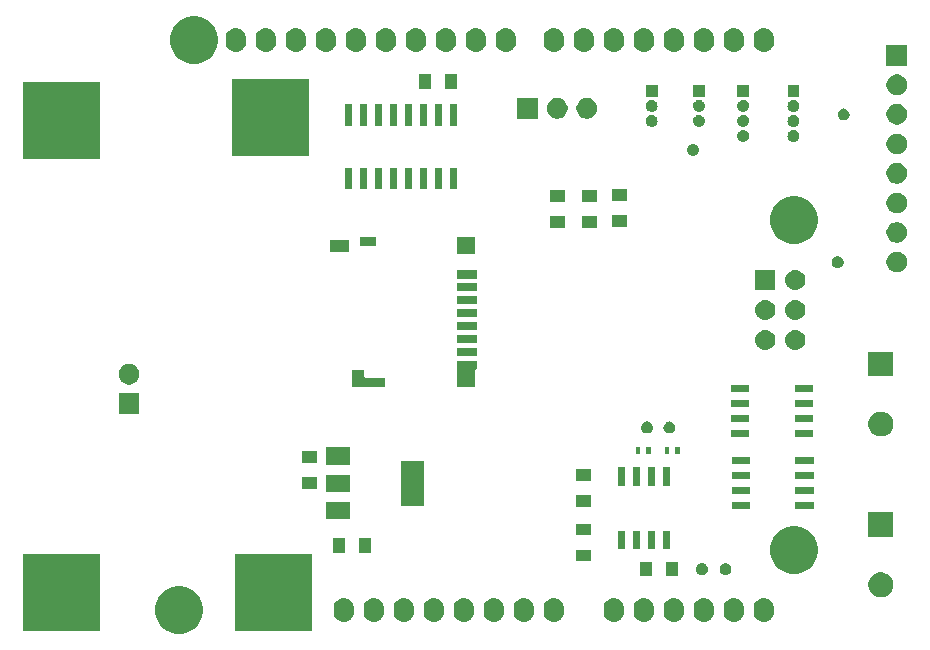
<source format=gbr>
G04 #@! TF.GenerationSoftware,KiCad,Pcbnew,(5.0.2)-1*
G04 #@! TF.CreationDate,2019-05-25T19:55:33-02:30*
G04 #@! TF.ProjectId,ControllerPCB,436f6e74-726f-46c6-9c65-725043422e6b,rev?*
G04 #@! TF.SameCoordinates,Original*
G04 #@! TF.FileFunction,Soldermask,Top*
G04 #@! TF.FilePolarity,Negative*
%FSLAX46Y46*%
G04 Gerber Fmt 4.6, Leading zero omitted, Abs format (unit mm)*
G04 Created by KiCad (PCBNEW (5.0.2)-1) date 5/25/2019 7:55:33 PM*
%MOMM*%
%LPD*%
G01*
G04 APERTURE LIST*
%ADD10C,0.100000*%
G04 APERTURE END LIST*
D10*
G36*
X125560712Y-121871088D02*
X125930510Y-122024263D01*
X125930513Y-122024265D01*
X126263325Y-122246643D01*
X126546357Y-122529675D01*
X126730204Y-122804822D01*
X126768737Y-122862490D01*
X126921912Y-123232288D01*
X127000000Y-123624864D01*
X127000000Y-124025136D01*
X126921912Y-124417712D01*
X126768737Y-124787510D01*
X126768735Y-124787513D01*
X126546357Y-125120325D01*
X126263325Y-125403357D01*
X125946579Y-125615000D01*
X125930510Y-125625737D01*
X125560712Y-125778912D01*
X125168136Y-125857000D01*
X124767864Y-125857000D01*
X124375288Y-125778912D01*
X124005490Y-125625737D01*
X123989421Y-125615000D01*
X123672675Y-125403357D01*
X123389643Y-125120325D01*
X123167265Y-124787513D01*
X123167263Y-124787510D01*
X123014088Y-124417712D01*
X122936000Y-124025136D01*
X122936000Y-123624864D01*
X123014088Y-123232288D01*
X123167263Y-122862490D01*
X123205796Y-122804822D01*
X123389643Y-122529675D01*
X123672675Y-122246643D01*
X124005487Y-122024265D01*
X124005490Y-122024263D01*
X124375288Y-121871088D01*
X124767864Y-121793000D01*
X125168136Y-121793000D01*
X125560712Y-121871088D01*
X125560712Y-121871088D01*
G37*
G36*
X136248000Y-125615000D02*
X129748000Y-125615000D01*
X129748000Y-119115000D01*
X136248000Y-119115000D01*
X136248000Y-125615000D01*
X136248000Y-125615000D01*
G37*
G36*
X118248000Y-125615000D02*
X111748000Y-125615000D01*
X111748000Y-119115000D01*
X118248000Y-119115000D01*
X118248000Y-125615000D01*
X118248000Y-125615000D01*
G37*
G36*
X139107294Y-122821496D02*
X139227726Y-122858029D01*
X139270087Y-122870879D01*
X139420112Y-122951068D01*
X139551612Y-123058988D01*
X139659532Y-123190488D01*
X139739721Y-123340512D01*
X139752571Y-123382873D01*
X139789104Y-123503305D01*
X139789104Y-123503307D01*
X139801600Y-123630179D01*
X139801600Y-124019820D01*
X139801076Y-124025136D01*
X139789104Y-124146694D01*
X139752571Y-124267128D01*
X139739721Y-124309488D01*
X139659532Y-124459512D01*
X139551612Y-124591012D01*
X139420112Y-124698932D01*
X139270088Y-124779121D01*
X139242433Y-124787510D01*
X139107295Y-124828504D01*
X138994432Y-124839620D01*
X138938001Y-124845178D01*
X138938000Y-124845178D01*
X138768706Y-124828504D01*
X138633568Y-124787510D01*
X138605913Y-124779121D01*
X138455889Y-124698932D01*
X138365946Y-124625117D01*
X138324388Y-124591012D01*
X138216469Y-124459512D01*
X138194127Y-124417713D01*
X138136279Y-124309488D01*
X138123429Y-124267127D01*
X138086896Y-124146695D01*
X138078565Y-124062112D01*
X138074400Y-124019821D01*
X138074400Y-123630180D01*
X138086896Y-123503308D01*
X138086896Y-123503306D01*
X138136278Y-123340517D01*
X138136279Y-123340513D01*
X138216468Y-123190488D01*
X138324388Y-123058988D01*
X138455888Y-122951068D01*
X138605912Y-122870879D01*
X138648273Y-122858029D01*
X138768705Y-122821496D01*
X138881568Y-122810380D01*
X138937999Y-122804822D01*
X138938000Y-122804822D01*
X139107294Y-122821496D01*
X139107294Y-122821496D01*
G37*
G36*
X174667294Y-122821496D02*
X174787726Y-122858029D01*
X174830087Y-122870879D01*
X174980112Y-122951068D01*
X175111612Y-123058988D01*
X175219532Y-123190488D01*
X175299721Y-123340512D01*
X175312571Y-123382873D01*
X175349104Y-123503305D01*
X175349104Y-123503307D01*
X175361600Y-123630179D01*
X175361600Y-124019820D01*
X175361076Y-124025136D01*
X175349104Y-124146694D01*
X175312571Y-124267128D01*
X175299721Y-124309488D01*
X175219532Y-124459512D01*
X175111612Y-124591012D01*
X174980112Y-124698932D01*
X174830088Y-124779121D01*
X174802433Y-124787510D01*
X174667295Y-124828504D01*
X174554432Y-124839620D01*
X174498001Y-124845178D01*
X174498000Y-124845178D01*
X174328706Y-124828504D01*
X174193568Y-124787510D01*
X174165913Y-124779121D01*
X174015889Y-124698932D01*
X173925946Y-124625117D01*
X173884388Y-124591012D01*
X173776469Y-124459512D01*
X173754127Y-124417713D01*
X173696279Y-124309488D01*
X173683429Y-124267127D01*
X173646896Y-124146695D01*
X173638565Y-124062112D01*
X173634400Y-124019821D01*
X173634400Y-123630180D01*
X173646896Y-123503308D01*
X173646896Y-123503306D01*
X173696278Y-123340517D01*
X173696279Y-123340513D01*
X173776468Y-123190488D01*
X173884388Y-123058988D01*
X174015888Y-122951068D01*
X174165912Y-122870879D01*
X174208273Y-122858029D01*
X174328705Y-122821496D01*
X174441568Y-122810380D01*
X174497999Y-122804822D01*
X174498000Y-122804822D01*
X174667294Y-122821496D01*
X174667294Y-122821496D01*
G37*
G36*
X172127294Y-122821496D02*
X172247726Y-122858029D01*
X172290087Y-122870879D01*
X172440112Y-122951068D01*
X172571612Y-123058988D01*
X172679532Y-123190488D01*
X172759721Y-123340512D01*
X172772571Y-123382873D01*
X172809104Y-123503305D01*
X172809104Y-123503307D01*
X172821600Y-123630179D01*
X172821600Y-124019820D01*
X172821076Y-124025136D01*
X172809104Y-124146694D01*
X172772571Y-124267128D01*
X172759721Y-124309488D01*
X172679532Y-124459512D01*
X172571612Y-124591012D01*
X172440112Y-124698932D01*
X172290088Y-124779121D01*
X172262433Y-124787510D01*
X172127295Y-124828504D01*
X172014432Y-124839620D01*
X171958001Y-124845178D01*
X171958000Y-124845178D01*
X171788706Y-124828504D01*
X171653568Y-124787510D01*
X171625913Y-124779121D01*
X171475889Y-124698932D01*
X171385946Y-124625117D01*
X171344388Y-124591012D01*
X171236469Y-124459512D01*
X171214127Y-124417713D01*
X171156279Y-124309488D01*
X171143429Y-124267127D01*
X171106896Y-124146695D01*
X171098565Y-124062112D01*
X171094400Y-124019821D01*
X171094400Y-123630180D01*
X171106896Y-123503308D01*
X171106896Y-123503306D01*
X171156278Y-123340517D01*
X171156279Y-123340513D01*
X171236468Y-123190488D01*
X171344388Y-123058988D01*
X171475888Y-122951068D01*
X171625912Y-122870879D01*
X171668273Y-122858029D01*
X171788705Y-122821496D01*
X171901568Y-122810380D01*
X171957999Y-122804822D01*
X171958000Y-122804822D01*
X172127294Y-122821496D01*
X172127294Y-122821496D01*
G37*
G36*
X169587294Y-122821496D02*
X169707726Y-122858029D01*
X169750087Y-122870879D01*
X169900112Y-122951068D01*
X170031612Y-123058988D01*
X170139532Y-123190488D01*
X170219721Y-123340512D01*
X170232571Y-123382873D01*
X170269104Y-123503305D01*
X170269104Y-123503307D01*
X170281600Y-123630179D01*
X170281600Y-124019820D01*
X170281076Y-124025136D01*
X170269104Y-124146694D01*
X170232571Y-124267128D01*
X170219721Y-124309488D01*
X170139532Y-124459512D01*
X170031612Y-124591012D01*
X169900112Y-124698932D01*
X169750088Y-124779121D01*
X169722433Y-124787510D01*
X169587295Y-124828504D01*
X169474432Y-124839620D01*
X169418001Y-124845178D01*
X169418000Y-124845178D01*
X169248706Y-124828504D01*
X169113568Y-124787510D01*
X169085913Y-124779121D01*
X168935889Y-124698932D01*
X168845946Y-124625117D01*
X168804388Y-124591012D01*
X168696469Y-124459512D01*
X168674127Y-124417713D01*
X168616279Y-124309488D01*
X168603429Y-124267127D01*
X168566896Y-124146695D01*
X168558565Y-124062112D01*
X168554400Y-124019821D01*
X168554400Y-123630180D01*
X168566896Y-123503308D01*
X168566896Y-123503306D01*
X168616278Y-123340517D01*
X168616279Y-123340513D01*
X168696468Y-123190488D01*
X168804388Y-123058988D01*
X168935888Y-122951068D01*
X169085912Y-122870879D01*
X169128273Y-122858029D01*
X169248705Y-122821496D01*
X169361568Y-122810380D01*
X169417999Y-122804822D01*
X169418000Y-122804822D01*
X169587294Y-122821496D01*
X169587294Y-122821496D01*
G37*
G36*
X167047294Y-122821496D02*
X167167726Y-122858029D01*
X167210087Y-122870879D01*
X167360112Y-122951068D01*
X167491612Y-123058988D01*
X167599532Y-123190488D01*
X167679721Y-123340512D01*
X167692571Y-123382873D01*
X167729104Y-123503305D01*
X167729104Y-123503307D01*
X167741600Y-123630179D01*
X167741600Y-124019820D01*
X167741076Y-124025136D01*
X167729104Y-124146694D01*
X167692571Y-124267128D01*
X167679721Y-124309488D01*
X167599532Y-124459512D01*
X167491612Y-124591012D01*
X167360112Y-124698932D01*
X167210088Y-124779121D01*
X167182433Y-124787510D01*
X167047295Y-124828504D01*
X166934432Y-124839620D01*
X166878001Y-124845178D01*
X166878000Y-124845178D01*
X166708706Y-124828504D01*
X166573568Y-124787510D01*
X166545913Y-124779121D01*
X166395889Y-124698932D01*
X166305946Y-124625117D01*
X166264388Y-124591012D01*
X166156469Y-124459512D01*
X166134127Y-124417713D01*
X166076279Y-124309488D01*
X166063429Y-124267127D01*
X166026896Y-124146695D01*
X166018565Y-124062112D01*
X166014400Y-124019821D01*
X166014400Y-123630180D01*
X166026896Y-123503308D01*
X166026896Y-123503306D01*
X166076278Y-123340517D01*
X166076279Y-123340513D01*
X166156468Y-123190488D01*
X166264388Y-123058988D01*
X166395888Y-122951068D01*
X166545912Y-122870879D01*
X166588273Y-122858029D01*
X166708705Y-122821496D01*
X166821568Y-122810380D01*
X166877999Y-122804822D01*
X166878000Y-122804822D01*
X167047294Y-122821496D01*
X167047294Y-122821496D01*
G37*
G36*
X164507294Y-122821496D02*
X164627726Y-122858029D01*
X164670087Y-122870879D01*
X164820112Y-122951068D01*
X164951612Y-123058988D01*
X165059532Y-123190488D01*
X165139721Y-123340512D01*
X165152571Y-123382873D01*
X165189104Y-123503305D01*
X165189104Y-123503307D01*
X165201600Y-123630179D01*
X165201600Y-124019820D01*
X165201076Y-124025136D01*
X165189104Y-124146694D01*
X165152571Y-124267128D01*
X165139721Y-124309488D01*
X165059532Y-124459512D01*
X164951612Y-124591012D01*
X164820112Y-124698932D01*
X164670088Y-124779121D01*
X164642433Y-124787510D01*
X164507295Y-124828504D01*
X164394432Y-124839620D01*
X164338001Y-124845178D01*
X164338000Y-124845178D01*
X164168706Y-124828504D01*
X164033568Y-124787510D01*
X164005913Y-124779121D01*
X163855889Y-124698932D01*
X163765946Y-124625117D01*
X163724388Y-124591012D01*
X163616469Y-124459512D01*
X163594127Y-124417713D01*
X163536279Y-124309488D01*
X163523429Y-124267127D01*
X163486896Y-124146695D01*
X163478565Y-124062112D01*
X163474400Y-124019821D01*
X163474400Y-123630180D01*
X163486896Y-123503308D01*
X163486896Y-123503306D01*
X163536278Y-123340517D01*
X163536279Y-123340513D01*
X163616468Y-123190488D01*
X163724388Y-123058988D01*
X163855888Y-122951068D01*
X164005912Y-122870879D01*
X164048273Y-122858029D01*
X164168705Y-122821496D01*
X164281568Y-122810380D01*
X164337999Y-122804822D01*
X164338000Y-122804822D01*
X164507294Y-122821496D01*
X164507294Y-122821496D01*
G37*
G36*
X161967294Y-122821496D02*
X162087726Y-122858029D01*
X162130087Y-122870879D01*
X162280112Y-122951068D01*
X162411612Y-123058988D01*
X162519532Y-123190488D01*
X162599721Y-123340512D01*
X162612571Y-123382873D01*
X162649104Y-123503305D01*
X162649104Y-123503307D01*
X162661600Y-123630179D01*
X162661600Y-124019820D01*
X162661076Y-124025136D01*
X162649104Y-124146694D01*
X162612571Y-124267128D01*
X162599721Y-124309488D01*
X162519532Y-124459512D01*
X162411612Y-124591012D01*
X162280112Y-124698932D01*
X162130088Y-124779121D01*
X162102433Y-124787510D01*
X161967295Y-124828504D01*
X161854432Y-124839620D01*
X161798001Y-124845178D01*
X161798000Y-124845178D01*
X161628706Y-124828504D01*
X161493568Y-124787510D01*
X161465913Y-124779121D01*
X161315889Y-124698932D01*
X161225946Y-124625117D01*
X161184388Y-124591012D01*
X161076469Y-124459512D01*
X161054127Y-124417713D01*
X160996279Y-124309488D01*
X160983429Y-124267127D01*
X160946896Y-124146695D01*
X160938565Y-124062112D01*
X160934400Y-124019821D01*
X160934400Y-123630180D01*
X160946896Y-123503308D01*
X160946896Y-123503306D01*
X160996278Y-123340517D01*
X160996279Y-123340513D01*
X161076468Y-123190488D01*
X161184388Y-123058988D01*
X161315888Y-122951068D01*
X161465912Y-122870879D01*
X161508273Y-122858029D01*
X161628705Y-122821496D01*
X161741568Y-122810380D01*
X161797999Y-122804822D01*
X161798000Y-122804822D01*
X161967294Y-122821496D01*
X161967294Y-122821496D01*
G37*
G36*
X154347294Y-122821496D02*
X154467726Y-122858029D01*
X154510087Y-122870879D01*
X154660112Y-122951068D01*
X154791612Y-123058988D01*
X154899532Y-123190488D01*
X154979721Y-123340512D01*
X154992571Y-123382873D01*
X155029104Y-123503305D01*
X155029104Y-123503307D01*
X155041600Y-123630179D01*
X155041600Y-124019820D01*
X155041076Y-124025136D01*
X155029104Y-124146694D01*
X154992571Y-124267128D01*
X154979721Y-124309488D01*
X154899532Y-124459512D01*
X154791612Y-124591012D01*
X154660112Y-124698932D01*
X154510088Y-124779121D01*
X154482433Y-124787510D01*
X154347295Y-124828504D01*
X154234432Y-124839620D01*
X154178001Y-124845178D01*
X154178000Y-124845178D01*
X154008706Y-124828504D01*
X153873568Y-124787510D01*
X153845913Y-124779121D01*
X153695889Y-124698932D01*
X153605946Y-124625117D01*
X153564388Y-124591012D01*
X153456469Y-124459512D01*
X153434127Y-124417713D01*
X153376279Y-124309488D01*
X153363429Y-124267127D01*
X153326896Y-124146695D01*
X153318565Y-124062112D01*
X153314400Y-124019821D01*
X153314400Y-123630180D01*
X153326896Y-123503308D01*
X153326896Y-123503306D01*
X153376278Y-123340517D01*
X153376279Y-123340513D01*
X153456468Y-123190488D01*
X153564388Y-123058988D01*
X153695888Y-122951068D01*
X153845912Y-122870879D01*
X153888273Y-122858029D01*
X154008705Y-122821496D01*
X154121568Y-122810380D01*
X154177999Y-122804822D01*
X154178000Y-122804822D01*
X154347294Y-122821496D01*
X154347294Y-122821496D01*
G37*
G36*
X151807294Y-122821496D02*
X151927726Y-122858029D01*
X151970087Y-122870879D01*
X152120112Y-122951068D01*
X152251612Y-123058988D01*
X152359532Y-123190488D01*
X152439721Y-123340512D01*
X152452571Y-123382873D01*
X152489104Y-123503305D01*
X152489104Y-123503307D01*
X152501600Y-123630179D01*
X152501600Y-124019820D01*
X152501076Y-124025136D01*
X152489104Y-124146694D01*
X152452571Y-124267128D01*
X152439721Y-124309488D01*
X152359532Y-124459512D01*
X152251612Y-124591012D01*
X152120112Y-124698932D01*
X151970088Y-124779121D01*
X151942433Y-124787510D01*
X151807295Y-124828504D01*
X151694432Y-124839620D01*
X151638001Y-124845178D01*
X151638000Y-124845178D01*
X151468706Y-124828504D01*
X151333568Y-124787510D01*
X151305913Y-124779121D01*
X151155889Y-124698932D01*
X151065946Y-124625117D01*
X151024388Y-124591012D01*
X150916469Y-124459512D01*
X150894127Y-124417713D01*
X150836279Y-124309488D01*
X150823429Y-124267127D01*
X150786896Y-124146695D01*
X150778565Y-124062112D01*
X150774400Y-124019821D01*
X150774400Y-123630180D01*
X150786896Y-123503308D01*
X150786896Y-123503306D01*
X150836278Y-123340517D01*
X150836279Y-123340513D01*
X150916468Y-123190488D01*
X151024388Y-123058988D01*
X151155888Y-122951068D01*
X151305912Y-122870879D01*
X151348273Y-122858029D01*
X151468705Y-122821496D01*
X151581568Y-122810380D01*
X151637999Y-122804822D01*
X151638000Y-122804822D01*
X151807294Y-122821496D01*
X151807294Y-122821496D01*
G37*
G36*
X149267294Y-122821496D02*
X149387726Y-122858029D01*
X149430087Y-122870879D01*
X149580112Y-122951068D01*
X149711612Y-123058988D01*
X149819532Y-123190488D01*
X149899721Y-123340512D01*
X149912571Y-123382873D01*
X149949104Y-123503305D01*
X149949104Y-123503307D01*
X149961600Y-123630179D01*
X149961600Y-124019820D01*
X149961076Y-124025136D01*
X149949104Y-124146694D01*
X149912571Y-124267128D01*
X149899721Y-124309488D01*
X149819532Y-124459512D01*
X149711612Y-124591012D01*
X149580112Y-124698932D01*
X149430088Y-124779121D01*
X149402433Y-124787510D01*
X149267295Y-124828504D01*
X149154432Y-124839620D01*
X149098001Y-124845178D01*
X149098000Y-124845178D01*
X148928706Y-124828504D01*
X148793568Y-124787510D01*
X148765913Y-124779121D01*
X148615889Y-124698932D01*
X148525946Y-124625117D01*
X148484388Y-124591012D01*
X148376469Y-124459512D01*
X148354127Y-124417713D01*
X148296279Y-124309488D01*
X148283429Y-124267127D01*
X148246896Y-124146695D01*
X148238565Y-124062112D01*
X148234400Y-124019821D01*
X148234400Y-123630180D01*
X148246896Y-123503308D01*
X148246896Y-123503306D01*
X148296278Y-123340517D01*
X148296279Y-123340513D01*
X148376468Y-123190488D01*
X148484388Y-123058988D01*
X148615888Y-122951068D01*
X148765912Y-122870879D01*
X148808273Y-122858029D01*
X148928705Y-122821496D01*
X149041568Y-122810380D01*
X149097999Y-122804822D01*
X149098000Y-122804822D01*
X149267294Y-122821496D01*
X149267294Y-122821496D01*
G37*
G36*
X146727294Y-122821496D02*
X146847726Y-122858029D01*
X146890087Y-122870879D01*
X147040112Y-122951068D01*
X147171612Y-123058988D01*
X147279532Y-123190488D01*
X147359721Y-123340512D01*
X147372571Y-123382873D01*
X147409104Y-123503305D01*
X147409104Y-123503307D01*
X147421600Y-123630179D01*
X147421600Y-124019820D01*
X147421076Y-124025136D01*
X147409104Y-124146694D01*
X147372571Y-124267128D01*
X147359721Y-124309488D01*
X147279532Y-124459512D01*
X147171612Y-124591012D01*
X147040112Y-124698932D01*
X146890088Y-124779121D01*
X146862433Y-124787510D01*
X146727295Y-124828504D01*
X146614432Y-124839620D01*
X146558001Y-124845178D01*
X146558000Y-124845178D01*
X146388706Y-124828504D01*
X146253568Y-124787510D01*
X146225913Y-124779121D01*
X146075889Y-124698932D01*
X145985946Y-124625117D01*
X145944388Y-124591012D01*
X145836469Y-124459512D01*
X145814127Y-124417713D01*
X145756279Y-124309488D01*
X145743429Y-124267127D01*
X145706896Y-124146695D01*
X145698565Y-124062112D01*
X145694400Y-124019821D01*
X145694400Y-123630180D01*
X145706896Y-123503308D01*
X145706896Y-123503306D01*
X145756278Y-123340517D01*
X145756279Y-123340513D01*
X145836468Y-123190488D01*
X145944388Y-123058988D01*
X146075888Y-122951068D01*
X146225912Y-122870879D01*
X146268273Y-122858029D01*
X146388705Y-122821496D01*
X146501568Y-122810380D01*
X146557999Y-122804822D01*
X146558000Y-122804822D01*
X146727294Y-122821496D01*
X146727294Y-122821496D01*
G37*
G36*
X144187294Y-122821496D02*
X144307726Y-122858029D01*
X144350087Y-122870879D01*
X144500112Y-122951068D01*
X144631612Y-123058988D01*
X144739532Y-123190488D01*
X144819721Y-123340512D01*
X144832571Y-123382873D01*
X144869104Y-123503305D01*
X144869104Y-123503307D01*
X144881600Y-123630179D01*
X144881600Y-124019820D01*
X144881076Y-124025136D01*
X144869104Y-124146694D01*
X144832571Y-124267128D01*
X144819721Y-124309488D01*
X144739532Y-124459512D01*
X144631612Y-124591012D01*
X144500112Y-124698932D01*
X144350088Y-124779121D01*
X144322433Y-124787510D01*
X144187295Y-124828504D01*
X144074432Y-124839620D01*
X144018001Y-124845178D01*
X144018000Y-124845178D01*
X143848706Y-124828504D01*
X143713568Y-124787510D01*
X143685913Y-124779121D01*
X143535889Y-124698932D01*
X143445946Y-124625117D01*
X143404388Y-124591012D01*
X143296469Y-124459512D01*
X143274127Y-124417713D01*
X143216279Y-124309488D01*
X143203429Y-124267127D01*
X143166896Y-124146695D01*
X143158565Y-124062112D01*
X143154400Y-124019821D01*
X143154400Y-123630180D01*
X143166896Y-123503308D01*
X143166896Y-123503306D01*
X143216278Y-123340517D01*
X143216279Y-123340513D01*
X143296468Y-123190488D01*
X143404388Y-123058988D01*
X143535888Y-122951068D01*
X143685912Y-122870879D01*
X143728273Y-122858029D01*
X143848705Y-122821496D01*
X143961568Y-122810380D01*
X144017999Y-122804822D01*
X144018000Y-122804822D01*
X144187294Y-122821496D01*
X144187294Y-122821496D01*
G37*
G36*
X141647294Y-122821496D02*
X141767726Y-122858029D01*
X141810087Y-122870879D01*
X141960112Y-122951068D01*
X142091612Y-123058988D01*
X142199532Y-123190488D01*
X142279721Y-123340512D01*
X142292571Y-123382873D01*
X142329104Y-123503305D01*
X142329104Y-123503307D01*
X142341600Y-123630179D01*
X142341600Y-124019820D01*
X142341076Y-124025136D01*
X142329104Y-124146694D01*
X142292571Y-124267128D01*
X142279721Y-124309488D01*
X142199532Y-124459512D01*
X142091612Y-124591012D01*
X141960112Y-124698932D01*
X141810088Y-124779121D01*
X141782433Y-124787510D01*
X141647295Y-124828504D01*
X141534432Y-124839620D01*
X141478001Y-124845178D01*
X141478000Y-124845178D01*
X141308706Y-124828504D01*
X141173568Y-124787510D01*
X141145913Y-124779121D01*
X140995889Y-124698932D01*
X140905946Y-124625117D01*
X140864388Y-124591012D01*
X140756469Y-124459512D01*
X140734127Y-124417713D01*
X140676279Y-124309488D01*
X140663429Y-124267127D01*
X140626896Y-124146695D01*
X140618565Y-124062112D01*
X140614400Y-124019821D01*
X140614400Y-123630180D01*
X140626896Y-123503308D01*
X140626896Y-123503306D01*
X140676278Y-123340517D01*
X140676279Y-123340513D01*
X140756468Y-123190488D01*
X140864388Y-123058988D01*
X140995888Y-122951068D01*
X141145912Y-122870879D01*
X141188273Y-122858029D01*
X141308705Y-122821496D01*
X141421568Y-122810380D01*
X141477999Y-122804822D01*
X141478000Y-122804822D01*
X141647294Y-122821496D01*
X141647294Y-122821496D01*
G37*
G36*
X156887294Y-122821496D02*
X157007726Y-122858029D01*
X157050087Y-122870879D01*
X157200112Y-122951068D01*
X157331612Y-123058988D01*
X157439532Y-123190488D01*
X157519721Y-123340512D01*
X157532571Y-123382873D01*
X157569104Y-123503305D01*
X157569104Y-123503307D01*
X157581600Y-123630179D01*
X157581600Y-124019820D01*
X157581076Y-124025136D01*
X157569104Y-124146694D01*
X157532571Y-124267128D01*
X157519721Y-124309488D01*
X157439532Y-124459512D01*
X157331612Y-124591012D01*
X157200112Y-124698932D01*
X157050088Y-124779121D01*
X157022433Y-124787510D01*
X156887295Y-124828504D01*
X156774432Y-124839620D01*
X156718001Y-124845178D01*
X156718000Y-124845178D01*
X156548706Y-124828504D01*
X156413568Y-124787510D01*
X156385913Y-124779121D01*
X156235889Y-124698932D01*
X156145946Y-124625117D01*
X156104388Y-124591012D01*
X155996469Y-124459512D01*
X155974127Y-124417713D01*
X155916279Y-124309488D01*
X155903429Y-124267127D01*
X155866896Y-124146695D01*
X155858565Y-124062112D01*
X155854400Y-124019821D01*
X155854400Y-123630180D01*
X155866896Y-123503308D01*
X155866896Y-123503306D01*
X155916278Y-123340517D01*
X155916279Y-123340513D01*
X155996468Y-123190488D01*
X156104388Y-123058988D01*
X156235888Y-122951068D01*
X156385912Y-122870879D01*
X156428273Y-122858029D01*
X156548705Y-122821496D01*
X156661568Y-122810380D01*
X156717999Y-122804822D01*
X156718000Y-122804822D01*
X156887294Y-122821496D01*
X156887294Y-122821496D01*
G37*
G36*
X184529888Y-120649470D02*
X184710274Y-120685350D01*
X184901362Y-120764502D01*
X185073336Y-120879411D01*
X185219589Y-121025664D01*
X185334498Y-121197638D01*
X185413650Y-121388726D01*
X185454000Y-121591584D01*
X185454000Y-121798416D01*
X185413650Y-122001274D01*
X185334498Y-122192362D01*
X185219589Y-122364336D01*
X185073336Y-122510589D01*
X184901362Y-122625498D01*
X184710274Y-122704650D01*
X184529888Y-122740530D01*
X184507417Y-122745000D01*
X184300583Y-122745000D01*
X184278112Y-122740530D01*
X184097726Y-122704650D01*
X183906638Y-122625498D01*
X183734664Y-122510589D01*
X183588411Y-122364336D01*
X183473502Y-122192362D01*
X183394350Y-122001274D01*
X183354000Y-121798416D01*
X183354000Y-121591584D01*
X183394350Y-121388726D01*
X183473502Y-121197638D01*
X183588411Y-121025664D01*
X183734664Y-120879411D01*
X183906638Y-120764502D01*
X184097726Y-120685350D01*
X184278112Y-120649470D01*
X184300583Y-120645000D01*
X184507417Y-120645000D01*
X184529888Y-120649470D01*
X184529888Y-120649470D01*
G37*
G36*
X167248000Y-120990000D02*
X166248000Y-120990000D01*
X166248000Y-119740000D01*
X167248000Y-119740000D01*
X167248000Y-120990000D01*
X167248000Y-120990000D01*
G37*
G36*
X165048000Y-120990000D02*
X164048000Y-120990000D01*
X164048000Y-119740000D01*
X165048000Y-119740000D01*
X165048000Y-120990000D01*
X165048000Y-120990000D01*
G37*
G36*
X169393845Y-119884215D02*
X169484839Y-119921906D01*
X169565640Y-119975896D01*
X169566734Y-119976627D01*
X169636373Y-120046266D01*
X169691095Y-120128163D01*
X169728785Y-120219155D01*
X169748000Y-120315755D01*
X169748000Y-120414245D01*
X169728785Y-120510845D01*
X169691095Y-120601837D01*
X169636373Y-120683734D01*
X169566734Y-120753373D01*
X169566731Y-120753375D01*
X169484839Y-120808094D01*
X169393845Y-120845785D01*
X169297246Y-120865000D01*
X169198754Y-120865000D01*
X169102155Y-120845785D01*
X169011161Y-120808094D01*
X168929269Y-120753375D01*
X168929266Y-120753373D01*
X168859627Y-120683734D01*
X168804905Y-120601837D01*
X168767215Y-120510845D01*
X168748000Y-120414245D01*
X168748000Y-120315755D01*
X168767215Y-120219155D01*
X168804905Y-120128163D01*
X168859627Y-120046266D01*
X168929266Y-119976627D01*
X168930360Y-119975896D01*
X169011161Y-119921906D01*
X169102155Y-119884215D01*
X169198754Y-119865000D01*
X169297246Y-119865000D01*
X169393845Y-119884215D01*
X169393845Y-119884215D01*
G37*
G36*
X171393845Y-119884215D02*
X171484839Y-119921906D01*
X171565640Y-119975896D01*
X171566734Y-119976627D01*
X171636373Y-120046266D01*
X171691095Y-120128163D01*
X171728785Y-120219155D01*
X171748000Y-120315755D01*
X171748000Y-120414245D01*
X171728785Y-120510845D01*
X171691095Y-120601837D01*
X171636373Y-120683734D01*
X171566734Y-120753373D01*
X171566731Y-120753375D01*
X171484839Y-120808094D01*
X171393845Y-120845785D01*
X171297246Y-120865000D01*
X171198754Y-120865000D01*
X171102155Y-120845785D01*
X171011161Y-120808094D01*
X170929269Y-120753375D01*
X170929266Y-120753373D01*
X170859627Y-120683734D01*
X170804905Y-120601837D01*
X170767215Y-120510845D01*
X170748000Y-120414245D01*
X170748000Y-120315755D01*
X170767215Y-120219155D01*
X170804905Y-120128163D01*
X170859627Y-120046266D01*
X170929266Y-119976627D01*
X170930360Y-119975896D01*
X171011161Y-119921906D01*
X171102155Y-119884215D01*
X171198754Y-119865000D01*
X171297246Y-119865000D01*
X171393845Y-119884215D01*
X171393845Y-119884215D01*
G37*
G36*
X177630712Y-116791088D02*
X178000510Y-116944263D01*
X178000513Y-116944265D01*
X178333325Y-117166643D01*
X178616357Y-117449675D01*
X178810346Y-117740000D01*
X178838737Y-117782490D01*
X178991912Y-118152288D01*
X179070000Y-118544864D01*
X179070000Y-118945136D01*
X178991912Y-119337712D01*
X178838737Y-119707510D01*
X178838735Y-119707513D01*
X178616357Y-120040325D01*
X178333325Y-120323357D01*
X178000513Y-120545735D01*
X178000510Y-120545737D01*
X177630712Y-120698912D01*
X177238136Y-120777000D01*
X176837864Y-120777000D01*
X176445288Y-120698912D01*
X176075490Y-120545737D01*
X176075487Y-120545735D01*
X175742675Y-120323357D01*
X175459643Y-120040325D01*
X175237265Y-119707513D01*
X175237263Y-119707510D01*
X175084088Y-119337712D01*
X175006000Y-118945136D01*
X175006000Y-118544864D01*
X175084088Y-118152288D01*
X175237263Y-117782490D01*
X175265654Y-117740000D01*
X175459643Y-117449675D01*
X175742675Y-117166643D01*
X176075487Y-116944265D01*
X176075490Y-116944263D01*
X176445288Y-116791088D01*
X176837864Y-116713000D01*
X177238136Y-116713000D01*
X177630712Y-116791088D01*
X177630712Y-116791088D01*
G37*
G36*
X159873000Y-119715000D02*
X158623000Y-119715000D01*
X158623000Y-118715000D01*
X159873000Y-118715000D01*
X159873000Y-119715000D01*
X159873000Y-119715000D01*
G37*
G36*
X138998000Y-118990000D02*
X137998000Y-118990000D01*
X137998000Y-117740000D01*
X138998000Y-117740000D01*
X138998000Y-118990000D01*
X138998000Y-118990000D01*
G37*
G36*
X141198000Y-118990000D02*
X140198000Y-118990000D01*
X140198000Y-117740000D01*
X141198000Y-117740000D01*
X141198000Y-118990000D01*
X141198000Y-118990000D01*
G37*
G36*
X162717999Y-118705001D02*
X162117999Y-118705001D01*
X162117999Y-117155001D01*
X162717999Y-117155001D01*
X162717999Y-118705001D01*
X162717999Y-118705001D01*
G37*
G36*
X166527999Y-118705001D02*
X165927999Y-118705001D01*
X165927999Y-117155001D01*
X166527999Y-117155001D01*
X166527999Y-118705001D01*
X166527999Y-118705001D01*
G37*
G36*
X165257999Y-118705001D02*
X164657999Y-118705001D01*
X164657999Y-117155001D01*
X165257999Y-117155001D01*
X165257999Y-118705001D01*
X165257999Y-118705001D01*
G37*
G36*
X163987999Y-118705001D02*
X163387999Y-118705001D01*
X163387999Y-117155001D01*
X163987999Y-117155001D01*
X163987999Y-118705001D01*
X163987999Y-118705001D01*
G37*
G36*
X185454000Y-117665000D02*
X183354000Y-117665000D01*
X183354000Y-115565000D01*
X185454000Y-115565000D01*
X185454000Y-117665000D01*
X185454000Y-117665000D01*
G37*
G36*
X159873000Y-117515000D02*
X158623000Y-117515000D01*
X158623000Y-116515000D01*
X159873000Y-116515000D01*
X159873000Y-117515000D01*
X159873000Y-117515000D01*
G37*
G36*
X139448000Y-116165000D02*
X137448000Y-116165000D01*
X137448000Y-114665000D01*
X139448000Y-114665000D01*
X139448000Y-116165000D01*
X139448000Y-116165000D01*
G37*
G36*
X178723000Y-115320000D02*
X177173000Y-115320000D01*
X177173000Y-114720000D01*
X178723000Y-114720000D01*
X178723000Y-115320000D01*
X178723000Y-115320000D01*
G37*
G36*
X173323000Y-115320000D02*
X171773000Y-115320000D01*
X171773000Y-114720000D01*
X173323000Y-114720000D01*
X173323000Y-115320000D01*
X173323000Y-115320000D01*
G37*
G36*
X159873000Y-115115000D02*
X158623000Y-115115000D01*
X158623000Y-114115000D01*
X159873000Y-114115000D01*
X159873000Y-115115000D01*
X159873000Y-115115000D01*
G37*
G36*
X145748000Y-115015000D02*
X143748000Y-115015000D01*
X143748000Y-111215000D01*
X145748000Y-111215000D01*
X145748000Y-115015000D01*
X145748000Y-115015000D01*
G37*
G36*
X173323000Y-114050000D02*
X171773000Y-114050000D01*
X171773000Y-113450000D01*
X173323000Y-113450000D01*
X173323000Y-114050000D01*
X173323000Y-114050000D01*
G37*
G36*
X178723000Y-114050000D02*
X177173000Y-114050000D01*
X177173000Y-113450000D01*
X178723000Y-113450000D01*
X178723000Y-114050000D01*
X178723000Y-114050000D01*
G37*
G36*
X139448000Y-113865000D02*
X137448000Y-113865000D01*
X137448000Y-112365000D01*
X139448000Y-112365000D01*
X139448000Y-113865000D01*
X139448000Y-113865000D01*
G37*
G36*
X136623000Y-113565000D02*
X135373000Y-113565000D01*
X135373000Y-112565000D01*
X136623000Y-112565000D01*
X136623000Y-113565000D01*
X136623000Y-113565000D01*
G37*
G36*
X165257999Y-113305001D02*
X164657999Y-113305001D01*
X164657999Y-111755001D01*
X165257999Y-111755001D01*
X165257999Y-113305001D01*
X165257999Y-113305001D01*
G37*
G36*
X163987999Y-113305001D02*
X163387999Y-113305001D01*
X163387999Y-111755001D01*
X163987999Y-111755001D01*
X163987999Y-113305001D01*
X163987999Y-113305001D01*
G37*
G36*
X162717999Y-113305001D02*
X162117999Y-113305001D01*
X162117999Y-111755001D01*
X162717999Y-111755001D01*
X162717999Y-113305001D01*
X162717999Y-113305001D01*
G37*
G36*
X166527999Y-113305001D02*
X165927999Y-113305001D01*
X165927999Y-111755001D01*
X166527999Y-111755001D01*
X166527999Y-113305001D01*
X166527999Y-113305001D01*
G37*
G36*
X159873000Y-112915000D02*
X158623000Y-112915000D01*
X158623000Y-111915000D01*
X159873000Y-111915000D01*
X159873000Y-112915000D01*
X159873000Y-112915000D01*
G37*
G36*
X178723000Y-112780000D02*
X177173000Y-112780000D01*
X177173000Y-112180000D01*
X178723000Y-112180000D01*
X178723000Y-112780000D01*
X178723000Y-112780000D01*
G37*
G36*
X173323000Y-112780000D02*
X171773000Y-112780000D01*
X171773000Y-112180000D01*
X173323000Y-112180000D01*
X173323000Y-112780000D01*
X173323000Y-112780000D01*
G37*
G36*
X139448000Y-111565000D02*
X137448000Y-111565000D01*
X137448000Y-110065000D01*
X139448000Y-110065000D01*
X139448000Y-111565000D01*
X139448000Y-111565000D01*
G37*
G36*
X173323000Y-111510000D02*
X171773000Y-111510000D01*
X171773000Y-110910000D01*
X173323000Y-110910000D01*
X173323000Y-111510000D01*
X173323000Y-111510000D01*
G37*
G36*
X178723000Y-111510000D02*
X177173000Y-111510000D01*
X177173000Y-110910000D01*
X178723000Y-110910000D01*
X178723000Y-111510000D01*
X178723000Y-111510000D01*
G37*
G36*
X136623000Y-111365000D02*
X135373000Y-111365000D01*
X135373000Y-110365000D01*
X136623000Y-110365000D01*
X136623000Y-111365000D01*
X136623000Y-111365000D01*
G37*
G36*
X167398000Y-110665000D02*
X166998000Y-110665000D01*
X166998000Y-110065000D01*
X167398000Y-110065000D01*
X167398000Y-110665000D01*
X167398000Y-110665000D01*
G37*
G36*
X164048000Y-110665000D02*
X163648000Y-110665000D01*
X163648000Y-110065000D01*
X164048000Y-110065000D01*
X164048000Y-110665000D01*
X164048000Y-110665000D01*
G37*
G36*
X164948000Y-110665000D02*
X164548000Y-110665000D01*
X164548000Y-110065000D01*
X164948000Y-110065000D01*
X164948000Y-110665000D01*
X164948000Y-110665000D01*
G37*
G36*
X166498000Y-110665000D02*
X166098000Y-110665000D01*
X166098000Y-110065000D01*
X166498000Y-110065000D01*
X166498000Y-110665000D01*
X166498000Y-110665000D01*
G37*
G36*
X173273000Y-109205000D02*
X171723000Y-109205000D01*
X171723000Y-108605000D01*
X173273000Y-108605000D01*
X173273000Y-109205000D01*
X173273000Y-109205000D01*
G37*
G36*
X178673000Y-109205000D02*
X177123000Y-109205000D01*
X177123000Y-108605000D01*
X178673000Y-108605000D01*
X178673000Y-109205000D01*
X178673000Y-109205000D01*
G37*
G36*
X184529888Y-107031470D02*
X184710274Y-107067350D01*
X184901362Y-107146502D01*
X185073336Y-107261411D01*
X185219589Y-107407664D01*
X185334498Y-107579638D01*
X185413650Y-107770726D01*
X185454000Y-107973584D01*
X185454000Y-108180416D01*
X185413650Y-108383274D01*
X185334498Y-108574362D01*
X185219589Y-108746336D01*
X185073336Y-108892589D01*
X184901362Y-109007498D01*
X184710274Y-109086650D01*
X184529888Y-109122530D01*
X184507417Y-109127000D01*
X184300583Y-109127000D01*
X184278112Y-109122530D01*
X184097726Y-109086650D01*
X183906638Y-109007498D01*
X183734664Y-108892589D01*
X183588411Y-108746336D01*
X183473502Y-108574362D01*
X183394350Y-108383274D01*
X183354000Y-108180416D01*
X183354000Y-107973584D01*
X183394350Y-107770726D01*
X183473502Y-107579638D01*
X183588411Y-107407664D01*
X183734664Y-107261411D01*
X183906638Y-107146502D01*
X184097726Y-107067350D01*
X184278112Y-107031470D01*
X184300583Y-107027000D01*
X184507417Y-107027000D01*
X184529888Y-107031470D01*
X184529888Y-107031470D01*
G37*
G36*
X164743845Y-107884215D02*
X164834839Y-107921906D01*
X164854435Y-107935000D01*
X164916734Y-107976627D01*
X164986373Y-108046266D01*
X165041095Y-108128163D01*
X165078785Y-108219155D01*
X165098000Y-108315755D01*
X165098000Y-108414245D01*
X165078785Y-108510845D01*
X165041095Y-108601837D01*
X164986373Y-108683734D01*
X164916734Y-108753373D01*
X164916731Y-108753375D01*
X164834839Y-108808094D01*
X164743845Y-108845785D01*
X164647246Y-108865000D01*
X164548754Y-108865000D01*
X164452155Y-108845785D01*
X164361161Y-108808094D01*
X164279269Y-108753375D01*
X164279266Y-108753373D01*
X164209627Y-108683734D01*
X164154905Y-108601837D01*
X164117215Y-108510845D01*
X164098000Y-108414245D01*
X164098000Y-108315755D01*
X164117215Y-108219155D01*
X164154905Y-108128163D01*
X164209627Y-108046266D01*
X164279266Y-107976627D01*
X164341565Y-107935000D01*
X164361161Y-107921906D01*
X164452155Y-107884215D01*
X164548754Y-107865000D01*
X164647246Y-107865000D01*
X164743845Y-107884215D01*
X164743845Y-107884215D01*
G37*
G36*
X166643845Y-107884215D02*
X166734839Y-107921906D01*
X166754435Y-107935000D01*
X166816734Y-107976627D01*
X166886373Y-108046266D01*
X166941095Y-108128163D01*
X166978785Y-108219155D01*
X166998000Y-108315755D01*
X166998000Y-108414245D01*
X166978785Y-108510845D01*
X166941095Y-108601837D01*
X166886373Y-108683734D01*
X166816734Y-108753373D01*
X166816731Y-108753375D01*
X166734839Y-108808094D01*
X166643845Y-108845785D01*
X166547246Y-108865000D01*
X166448754Y-108865000D01*
X166352155Y-108845785D01*
X166261161Y-108808094D01*
X166179269Y-108753375D01*
X166179266Y-108753373D01*
X166109627Y-108683734D01*
X166054905Y-108601837D01*
X166017215Y-108510845D01*
X165998000Y-108414245D01*
X165998000Y-108315755D01*
X166017215Y-108219155D01*
X166054905Y-108128163D01*
X166109627Y-108046266D01*
X166179266Y-107976627D01*
X166241565Y-107935000D01*
X166261161Y-107921906D01*
X166352155Y-107884215D01*
X166448754Y-107865000D01*
X166547246Y-107865000D01*
X166643845Y-107884215D01*
X166643845Y-107884215D01*
G37*
G36*
X178673000Y-107935000D02*
X177123000Y-107935000D01*
X177123000Y-107335000D01*
X178673000Y-107335000D01*
X178673000Y-107935000D01*
X178673000Y-107935000D01*
G37*
G36*
X173273000Y-107935000D02*
X171723000Y-107935000D01*
X171723000Y-107335000D01*
X173273000Y-107335000D01*
X173273000Y-107935000D01*
X173273000Y-107935000D01*
G37*
G36*
X121623000Y-107240000D02*
X119873000Y-107240000D01*
X119873000Y-105490000D01*
X121623000Y-105490000D01*
X121623000Y-107240000D01*
X121623000Y-107240000D01*
G37*
G36*
X178673000Y-106665000D02*
X177123000Y-106665000D01*
X177123000Y-106065000D01*
X178673000Y-106065000D01*
X178673000Y-106665000D01*
X178673000Y-106665000D01*
G37*
G36*
X173273000Y-106665000D02*
X171723000Y-106665000D01*
X171723000Y-106065000D01*
X173273000Y-106065000D01*
X173273000Y-106665000D01*
X173273000Y-106665000D01*
G37*
G36*
X178673000Y-105395000D02*
X177123000Y-105395000D01*
X177123000Y-104795000D01*
X178673000Y-104795000D01*
X178673000Y-105395000D01*
X178673000Y-105395000D01*
G37*
G36*
X173273000Y-105395000D02*
X171723000Y-105395000D01*
X171723000Y-104795000D01*
X173273000Y-104795000D01*
X173273000Y-105395000D01*
X173273000Y-105395000D01*
G37*
G36*
X140648000Y-104040000D02*
X140650402Y-104064386D01*
X140657515Y-104087835D01*
X140669066Y-104109446D01*
X140684612Y-104128388D01*
X140703554Y-104143934D01*
X140725165Y-104155485D01*
X140748614Y-104162598D01*
X140773000Y-104165000D01*
X142398000Y-104165000D01*
X142398000Y-104965000D01*
X139648000Y-104965000D01*
X139648000Y-103515000D01*
X140648000Y-103515000D01*
X140648000Y-104040000D01*
X140648000Y-104040000D01*
G37*
G36*
X150248000Y-103465000D02*
X150123000Y-103465000D01*
X150098614Y-103467402D01*
X150075165Y-103474515D01*
X150053554Y-103486066D01*
X150034612Y-103501612D01*
X150019066Y-103520554D01*
X150007515Y-103542165D01*
X150000402Y-103565614D01*
X149998000Y-103590000D01*
X149998000Y-104965000D01*
X148498000Y-104965000D01*
X148498000Y-102765000D01*
X150248000Y-102765000D01*
X150248000Y-103465000D01*
X150248000Y-103465000D01*
G37*
G36*
X121003228Y-103023625D02*
X121162467Y-103089584D01*
X121305783Y-103185345D01*
X121427655Y-103307217D01*
X121523416Y-103450533D01*
X121589375Y-103609772D01*
X121623000Y-103778819D01*
X121623000Y-103951181D01*
X121589375Y-104120228D01*
X121523416Y-104279467D01*
X121427655Y-104422783D01*
X121305783Y-104544655D01*
X121162467Y-104640416D01*
X121003228Y-104706375D01*
X120834181Y-104740000D01*
X120661819Y-104740000D01*
X120492772Y-104706375D01*
X120333533Y-104640416D01*
X120190217Y-104544655D01*
X120068345Y-104422783D01*
X119972584Y-104279467D01*
X119906625Y-104120228D01*
X119873000Y-103951181D01*
X119873000Y-103778819D01*
X119906625Y-103609772D01*
X119972584Y-103450533D01*
X120068345Y-103307217D01*
X120190217Y-103185345D01*
X120333533Y-103089584D01*
X120492772Y-103023625D01*
X120661819Y-102990000D01*
X120834181Y-102990000D01*
X121003228Y-103023625D01*
X121003228Y-103023625D01*
G37*
G36*
X185454000Y-104047000D02*
X183354000Y-104047000D01*
X183354000Y-101947000D01*
X185454000Y-101947000D01*
X185454000Y-104047000D01*
X185454000Y-104047000D01*
G37*
G36*
X150248000Y-102365000D02*
X148498000Y-102365000D01*
X148498000Y-101665000D01*
X150248000Y-101665000D01*
X150248000Y-102365000D01*
X150248000Y-102365000D01*
G37*
G36*
X177329630Y-100142299D02*
X177489855Y-100190903D01*
X177637520Y-100269831D01*
X177766949Y-100376051D01*
X177873169Y-100505480D01*
X177952097Y-100653145D01*
X178000701Y-100813370D01*
X178017112Y-100980000D01*
X178000701Y-101146630D01*
X177952097Y-101306855D01*
X177873169Y-101454520D01*
X177766949Y-101583949D01*
X177637520Y-101690169D01*
X177489855Y-101769097D01*
X177329630Y-101817701D01*
X177204752Y-101830000D01*
X177121248Y-101830000D01*
X176996370Y-101817701D01*
X176836145Y-101769097D01*
X176688480Y-101690169D01*
X176559051Y-101583949D01*
X176452831Y-101454520D01*
X176373903Y-101306855D01*
X176325299Y-101146630D01*
X176308888Y-100980000D01*
X176325299Y-100813370D01*
X176373903Y-100653145D01*
X176452831Y-100505480D01*
X176559051Y-100376051D01*
X176688480Y-100269831D01*
X176836145Y-100190903D01*
X176996370Y-100142299D01*
X177121248Y-100130000D01*
X177204752Y-100130000D01*
X177329630Y-100142299D01*
X177329630Y-100142299D01*
G37*
G36*
X174789630Y-100142299D02*
X174949855Y-100190903D01*
X175097520Y-100269831D01*
X175226949Y-100376051D01*
X175333169Y-100505480D01*
X175412097Y-100653145D01*
X175460701Y-100813370D01*
X175477112Y-100980000D01*
X175460701Y-101146630D01*
X175412097Y-101306855D01*
X175333169Y-101454520D01*
X175226949Y-101583949D01*
X175097520Y-101690169D01*
X174949855Y-101769097D01*
X174789630Y-101817701D01*
X174664752Y-101830000D01*
X174581248Y-101830000D01*
X174456370Y-101817701D01*
X174296145Y-101769097D01*
X174148480Y-101690169D01*
X174019051Y-101583949D01*
X173912831Y-101454520D01*
X173833903Y-101306855D01*
X173785299Y-101146630D01*
X173768888Y-100980000D01*
X173785299Y-100813370D01*
X173833903Y-100653145D01*
X173912831Y-100505480D01*
X174019051Y-100376051D01*
X174148480Y-100269831D01*
X174296145Y-100190903D01*
X174456370Y-100142299D01*
X174581248Y-100130000D01*
X174664752Y-100130000D01*
X174789630Y-100142299D01*
X174789630Y-100142299D01*
G37*
G36*
X150248000Y-101265000D02*
X148498000Y-101265000D01*
X148498000Y-100565000D01*
X150248000Y-100565000D01*
X150248000Y-101265000D01*
X150248000Y-101265000D01*
G37*
G36*
X150248000Y-100165000D02*
X148498000Y-100165000D01*
X148498000Y-99465000D01*
X150248000Y-99465000D01*
X150248000Y-100165000D01*
X150248000Y-100165000D01*
G37*
G36*
X174789630Y-97602299D02*
X174949855Y-97650903D01*
X175097520Y-97729831D01*
X175226949Y-97836051D01*
X175333169Y-97965480D01*
X175412097Y-98113145D01*
X175460701Y-98273370D01*
X175477112Y-98440000D01*
X175460701Y-98606630D01*
X175412097Y-98766855D01*
X175333169Y-98914520D01*
X175226949Y-99043949D01*
X175097520Y-99150169D01*
X174949855Y-99229097D01*
X174789630Y-99277701D01*
X174664752Y-99290000D01*
X174581248Y-99290000D01*
X174456370Y-99277701D01*
X174296145Y-99229097D01*
X174148480Y-99150169D01*
X174019051Y-99043949D01*
X173912831Y-98914520D01*
X173833903Y-98766855D01*
X173785299Y-98606630D01*
X173768888Y-98440000D01*
X173785299Y-98273370D01*
X173833903Y-98113145D01*
X173912831Y-97965480D01*
X174019051Y-97836051D01*
X174148480Y-97729831D01*
X174296145Y-97650903D01*
X174456370Y-97602299D01*
X174581248Y-97590000D01*
X174664752Y-97590000D01*
X174789630Y-97602299D01*
X174789630Y-97602299D01*
G37*
G36*
X177329630Y-97602299D02*
X177489855Y-97650903D01*
X177637520Y-97729831D01*
X177766949Y-97836051D01*
X177873169Y-97965480D01*
X177952097Y-98113145D01*
X178000701Y-98273370D01*
X178017112Y-98440000D01*
X178000701Y-98606630D01*
X177952097Y-98766855D01*
X177873169Y-98914520D01*
X177766949Y-99043949D01*
X177637520Y-99150169D01*
X177489855Y-99229097D01*
X177329630Y-99277701D01*
X177204752Y-99290000D01*
X177121248Y-99290000D01*
X176996370Y-99277701D01*
X176836145Y-99229097D01*
X176688480Y-99150169D01*
X176559051Y-99043949D01*
X176452831Y-98914520D01*
X176373903Y-98766855D01*
X176325299Y-98606630D01*
X176308888Y-98440000D01*
X176325299Y-98273370D01*
X176373903Y-98113145D01*
X176452831Y-97965480D01*
X176559051Y-97836051D01*
X176688480Y-97729831D01*
X176836145Y-97650903D01*
X176996370Y-97602299D01*
X177121248Y-97590000D01*
X177204752Y-97590000D01*
X177329630Y-97602299D01*
X177329630Y-97602299D01*
G37*
G36*
X150248000Y-99065000D02*
X148498000Y-99065000D01*
X148498000Y-98365000D01*
X150248000Y-98365000D01*
X150248000Y-99065000D01*
X150248000Y-99065000D01*
G37*
G36*
X150248000Y-97965000D02*
X148498000Y-97965000D01*
X148498000Y-97265000D01*
X150248000Y-97265000D01*
X150248000Y-97965000D01*
X150248000Y-97965000D01*
G37*
G36*
X150248000Y-96865000D02*
X148498000Y-96865000D01*
X148498000Y-96165000D01*
X150248000Y-96165000D01*
X150248000Y-96865000D01*
X150248000Y-96865000D01*
G37*
G36*
X177329630Y-95062299D02*
X177489855Y-95110903D01*
X177637520Y-95189831D01*
X177766949Y-95296051D01*
X177873169Y-95425480D01*
X177952097Y-95573145D01*
X178000701Y-95733370D01*
X178017112Y-95900000D01*
X178000701Y-96066630D01*
X177952097Y-96226855D01*
X177873169Y-96374520D01*
X177766949Y-96503949D01*
X177637520Y-96610169D01*
X177489855Y-96689097D01*
X177329630Y-96737701D01*
X177204752Y-96750000D01*
X177121248Y-96750000D01*
X176996370Y-96737701D01*
X176836145Y-96689097D01*
X176688480Y-96610169D01*
X176559051Y-96503949D01*
X176452831Y-96374520D01*
X176373903Y-96226855D01*
X176325299Y-96066630D01*
X176308888Y-95900000D01*
X176325299Y-95733370D01*
X176373903Y-95573145D01*
X176452831Y-95425480D01*
X176559051Y-95296051D01*
X176688480Y-95189831D01*
X176836145Y-95110903D01*
X176996370Y-95062299D01*
X177121248Y-95050000D01*
X177204752Y-95050000D01*
X177329630Y-95062299D01*
X177329630Y-95062299D01*
G37*
G36*
X175473000Y-96750000D02*
X173773000Y-96750000D01*
X173773000Y-95050000D01*
X175473000Y-95050000D01*
X175473000Y-96750000D01*
X175473000Y-96750000D01*
G37*
G36*
X150248000Y-95765000D02*
X148498000Y-95765000D01*
X148498000Y-95065000D01*
X150248000Y-95065000D01*
X150248000Y-95765000D01*
X150248000Y-95765000D01*
G37*
G36*
X186003228Y-93523625D02*
X186162467Y-93589584D01*
X186305783Y-93685345D01*
X186427655Y-93807217D01*
X186523416Y-93950533D01*
X186589375Y-94109772D01*
X186623000Y-94278819D01*
X186623000Y-94451181D01*
X186589375Y-94620228D01*
X186523416Y-94779467D01*
X186427655Y-94922783D01*
X186305783Y-95044655D01*
X186162467Y-95140416D01*
X186003228Y-95206375D01*
X185834181Y-95240000D01*
X185661819Y-95240000D01*
X185492772Y-95206375D01*
X185333533Y-95140416D01*
X185190217Y-95044655D01*
X185068345Y-94922783D01*
X184972584Y-94779467D01*
X184906625Y-94620228D01*
X184873000Y-94451181D01*
X184873000Y-94278819D01*
X184906625Y-94109772D01*
X184972584Y-93950533D01*
X185068345Y-93807217D01*
X185190217Y-93685345D01*
X185333533Y-93589584D01*
X185492772Y-93523625D01*
X185661819Y-93490000D01*
X185834181Y-93490000D01*
X186003228Y-93523625D01*
X186003228Y-93523625D01*
G37*
G36*
X180893845Y-93884215D02*
X180984839Y-93921906D01*
X181027680Y-93950532D01*
X181066734Y-93976627D01*
X181136373Y-94046266D01*
X181136375Y-94046269D01*
X181191094Y-94128161D01*
X181228785Y-94219155D01*
X181248000Y-94315754D01*
X181248000Y-94414246D01*
X181228785Y-94510845D01*
X181191094Y-94601839D01*
X181137104Y-94682640D01*
X181136373Y-94683734D01*
X181066734Y-94753373D01*
X181066731Y-94753375D01*
X180984839Y-94808094D01*
X180893845Y-94845785D01*
X180797246Y-94865000D01*
X180698754Y-94865000D01*
X180602155Y-94845785D01*
X180511161Y-94808094D01*
X180429269Y-94753375D01*
X180429266Y-94753373D01*
X180359627Y-94683734D01*
X180358896Y-94682640D01*
X180304906Y-94601839D01*
X180267215Y-94510845D01*
X180248000Y-94414246D01*
X180248000Y-94315754D01*
X180267215Y-94219155D01*
X180304906Y-94128161D01*
X180359625Y-94046269D01*
X180359627Y-94046266D01*
X180429266Y-93976627D01*
X180468320Y-93950532D01*
X180511161Y-93921906D01*
X180602155Y-93884215D01*
X180698754Y-93865000D01*
X180797246Y-93865000D01*
X180893845Y-93884215D01*
X180893845Y-93884215D01*
G37*
G36*
X149998000Y-93715000D02*
X148498000Y-93715000D01*
X148498000Y-92215000D01*
X149998000Y-92215000D01*
X149998000Y-93715000D01*
X149998000Y-93715000D01*
G37*
G36*
X139348000Y-93515000D02*
X137798000Y-93515000D01*
X137798000Y-92515000D01*
X139348000Y-92515000D01*
X139348000Y-93515000D01*
X139348000Y-93515000D01*
G37*
G36*
X141698000Y-93015000D02*
X140298000Y-93015000D01*
X140298000Y-92215000D01*
X141698000Y-92215000D01*
X141698000Y-93015000D01*
X141698000Y-93015000D01*
G37*
G36*
X177630712Y-88851088D02*
X178000510Y-89004263D01*
X178000513Y-89004265D01*
X178333325Y-89226643D01*
X178616357Y-89509675D01*
X178690226Y-89620228D01*
X178838737Y-89842490D01*
X178991912Y-90212288D01*
X179070000Y-90604864D01*
X179070000Y-91005136D01*
X178991912Y-91397712D01*
X178838737Y-91767510D01*
X178838735Y-91767513D01*
X178616357Y-92100325D01*
X178333325Y-92383357D01*
X178000513Y-92605735D01*
X178000510Y-92605737D01*
X177630712Y-92758912D01*
X177238136Y-92837000D01*
X176837864Y-92837000D01*
X176445288Y-92758912D01*
X176075490Y-92605737D01*
X176075487Y-92605735D01*
X175742675Y-92383357D01*
X175459643Y-92100325D01*
X175237265Y-91767513D01*
X175237263Y-91767510D01*
X175084088Y-91397712D01*
X175006000Y-91005136D01*
X175006000Y-90604864D01*
X175084088Y-90212288D01*
X175237263Y-89842490D01*
X175385774Y-89620228D01*
X175459643Y-89509675D01*
X175742675Y-89226643D01*
X176075487Y-89004265D01*
X176075490Y-89004263D01*
X176445288Y-88851088D01*
X176837864Y-88773000D01*
X177238136Y-88773000D01*
X177630712Y-88851088D01*
X177630712Y-88851088D01*
G37*
G36*
X186003228Y-91023625D02*
X186162467Y-91089584D01*
X186305783Y-91185345D01*
X186427655Y-91307217D01*
X186523416Y-91450533D01*
X186589375Y-91609772D01*
X186623000Y-91778819D01*
X186623000Y-91951181D01*
X186589375Y-92120228D01*
X186523416Y-92279467D01*
X186427655Y-92422783D01*
X186305783Y-92544655D01*
X186162467Y-92640416D01*
X186003228Y-92706375D01*
X185834181Y-92740000D01*
X185661819Y-92740000D01*
X185492772Y-92706375D01*
X185333533Y-92640416D01*
X185190217Y-92544655D01*
X185068345Y-92422783D01*
X184972584Y-92279467D01*
X184906625Y-92120228D01*
X184873000Y-91951181D01*
X184873000Y-91778819D01*
X184906625Y-91609772D01*
X184972584Y-91450533D01*
X185068345Y-91307217D01*
X185190217Y-91185345D01*
X185333533Y-91089584D01*
X185492772Y-91023625D01*
X185661819Y-90990000D01*
X185834181Y-90990000D01*
X186003228Y-91023625D01*
X186003228Y-91023625D01*
G37*
G36*
X157623000Y-91465000D02*
X156373000Y-91465000D01*
X156373000Y-90465000D01*
X157623000Y-90465000D01*
X157623000Y-91465000D01*
X157623000Y-91465000D01*
G37*
G36*
X160373000Y-91465000D02*
X159123000Y-91465000D01*
X159123000Y-90465000D01*
X160373000Y-90465000D01*
X160373000Y-91465000D01*
X160373000Y-91465000D01*
G37*
G36*
X162873000Y-91365000D02*
X161623000Y-91365000D01*
X161623000Y-90365000D01*
X162873000Y-90365000D01*
X162873000Y-91365000D01*
X162873000Y-91365000D01*
G37*
G36*
X186003228Y-88523625D02*
X186162467Y-88589584D01*
X186305783Y-88685345D01*
X186427655Y-88807217D01*
X186523416Y-88950533D01*
X186589375Y-89109772D01*
X186623000Y-89278819D01*
X186623000Y-89451181D01*
X186589375Y-89620228D01*
X186523416Y-89779467D01*
X186427655Y-89922783D01*
X186305783Y-90044655D01*
X186162467Y-90140416D01*
X186003228Y-90206375D01*
X185834181Y-90240000D01*
X185661819Y-90240000D01*
X185492772Y-90206375D01*
X185333533Y-90140416D01*
X185190217Y-90044655D01*
X185068345Y-89922783D01*
X184972584Y-89779467D01*
X184906625Y-89620228D01*
X184873000Y-89451181D01*
X184873000Y-89278819D01*
X184906625Y-89109772D01*
X184972584Y-88950533D01*
X185068345Y-88807217D01*
X185190217Y-88685345D01*
X185333533Y-88589584D01*
X185492772Y-88523625D01*
X185661819Y-88490000D01*
X185834181Y-88490000D01*
X186003228Y-88523625D01*
X186003228Y-88523625D01*
G37*
G36*
X157623000Y-89265000D02*
X156373000Y-89265000D01*
X156373000Y-88265000D01*
X157623000Y-88265000D01*
X157623000Y-89265000D01*
X157623000Y-89265000D01*
G37*
G36*
X160373000Y-89265000D02*
X159123000Y-89265000D01*
X159123000Y-88265000D01*
X160373000Y-88265000D01*
X160373000Y-89265000D01*
X160373000Y-89265000D01*
G37*
G36*
X162873000Y-89165000D02*
X161623000Y-89165000D01*
X161623000Y-88165000D01*
X162873000Y-88165000D01*
X162873000Y-89165000D01*
X162873000Y-89165000D01*
G37*
G36*
X139603000Y-88215000D02*
X139003000Y-88215000D01*
X139003000Y-86415000D01*
X139603000Y-86415000D01*
X139603000Y-88215000D01*
X139603000Y-88215000D01*
G37*
G36*
X140873000Y-88215000D02*
X140273000Y-88215000D01*
X140273000Y-86415000D01*
X140873000Y-86415000D01*
X140873000Y-88215000D01*
X140873000Y-88215000D01*
G37*
G36*
X148493000Y-88215000D02*
X147893000Y-88215000D01*
X147893000Y-86415000D01*
X148493000Y-86415000D01*
X148493000Y-88215000D01*
X148493000Y-88215000D01*
G37*
G36*
X147223000Y-88215000D02*
X146623000Y-88215000D01*
X146623000Y-86415000D01*
X147223000Y-86415000D01*
X147223000Y-88215000D01*
X147223000Y-88215000D01*
G37*
G36*
X144683000Y-88215000D02*
X144083000Y-88215000D01*
X144083000Y-86415000D01*
X144683000Y-86415000D01*
X144683000Y-88215000D01*
X144683000Y-88215000D01*
G37*
G36*
X143413000Y-88215000D02*
X142813000Y-88215000D01*
X142813000Y-86415000D01*
X143413000Y-86415000D01*
X143413000Y-88215000D01*
X143413000Y-88215000D01*
G37*
G36*
X142143000Y-88215000D02*
X141543000Y-88215000D01*
X141543000Y-86415000D01*
X142143000Y-86415000D01*
X142143000Y-88215000D01*
X142143000Y-88215000D01*
G37*
G36*
X145953000Y-88215000D02*
X145353000Y-88215000D01*
X145353000Y-86415000D01*
X145953000Y-86415000D01*
X145953000Y-88215000D01*
X145953000Y-88215000D01*
G37*
G36*
X186003228Y-86023625D02*
X186162467Y-86089584D01*
X186305783Y-86185345D01*
X186427655Y-86307217D01*
X186523416Y-86450533D01*
X186589375Y-86609772D01*
X186623000Y-86778819D01*
X186623000Y-86951181D01*
X186589375Y-87120228D01*
X186523416Y-87279467D01*
X186427655Y-87422783D01*
X186305783Y-87544655D01*
X186162467Y-87640416D01*
X186003228Y-87706375D01*
X185834181Y-87740000D01*
X185661819Y-87740000D01*
X185492772Y-87706375D01*
X185333533Y-87640416D01*
X185190217Y-87544655D01*
X185068345Y-87422783D01*
X184972584Y-87279467D01*
X184906625Y-87120228D01*
X184873000Y-86951181D01*
X184873000Y-86778819D01*
X184906625Y-86609772D01*
X184972584Y-86450533D01*
X185068345Y-86307217D01*
X185190217Y-86185345D01*
X185333533Y-86089584D01*
X185492772Y-86023625D01*
X185661819Y-85990000D01*
X185834181Y-85990000D01*
X186003228Y-86023625D01*
X186003228Y-86023625D01*
G37*
G36*
X118248000Y-85615000D02*
X111748000Y-85615000D01*
X111748000Y-79115000D01*
X118248000Y-79115000D01*
X118248000Y-85615000D01*
X118248000Y-85615000D01*
G37*
G36*
X168643845Y-84384215D02*
X168734839Y-84421906D01*
X168815640Y-84475896D01*
X168816734Y-84476627D01*
X168886373Y-84546266D01*
X168941095Y-84628163D01*
X168978785Y-84719155D01*
X168998000Y-84815755D01*
X168998000Y-84914245D01*
X168978785Y-85010845D01*
X168941095Y-85101837D01*
X168886373Y-85183734D01*
X168816734Y-85253373D01*
X168816731Y-85253375D01*
X168734839Y-85308094D01*
X168643845Y-85345785D01*
X168547246Y-85365000D01*
X168448754Y-85365000D01*
X168352155Y-85345785D01*
X168261161Y-85308094D01*
X168179269Y-85253375D01*
X168179266Y-85253373D01*
X168109627Y-85183734D01*
X168054905Y-85101837D01*
X168017215Y-85010845D01*
X167998000Y-84914245D01*
X167998000Y-84815755D01*
X168017215Y-84719155D01*
X168054905Y-84628163D01*
X168109627Y-84546266D01*
X168179266Y-84476627D01*
X168180360Y-84475896D01*
X168261161Y-84421906D01*
X168352155Y-84384215D01*
X168448754Y-84365000D01*
X168547246Y-84365000D01*
X168643845Y-84384215D01*
X168643845Y-84384215D01*
G37*
G36*
X135998000Y-85365000D02*
X129498000Y-85365000D01*
X129498000Y-78865000D01*
X135998000Y-78865000D01*
X135998000Y-85365000D01*
X135998000Y-85365000D01*
G37*
G36*
X186003228Y-83523625D02*
X186162467Y-83589584D01*
X186305783Y-83685345D01*
X186427655Y-83807217D01*
X186523416Y-83950533D01*
X186589375Y-84109772D01*
X186623000Y-84278819D01*
X186623000Y-84451181D01*
X186589375Y-84620228D01*
X186523416Y-84779467D01*
X186427655Y-84922783D01*
X186305783Y-85044655D01*
X186162467Y-85140416D01*
X186003228Y-85206375D01*
X185834181Y-85240000D01*
X185661819Y-85240000D01*
X185492772Y-85206375D01*
X185333533Y-85140416D01*
X185190217Y-85044655D01*
X185068345Y-84922783D01*
X184972584Y-84779467D01*
X184906625Y-84620228D01*
X184873000Y-84451181D01*
X184873000Y-84278819D01*
X184906625Y-84109772D01*
X184972584Y-83950533D01*
X185068345Y-83807217D01*
X185190217Y-83685345D01*
X185333533Y-83589584D01*
X185492772Y-83523625D01*
X185661819Y-83490000D01*
X185834181Y-83490000D01*
X186003228Y-83523625D01*
X186003228Y-83523625D01*
G37*
G36*
X172846015Y-83182234D02*
X172940268Y-83210825D01*
X172986697Y-83235643D01*
X173027129Y-83257254D01*
X173027131Y-83257255D01*
X173027130Y-83257255D01*
X173103264Y-83319736D01*
X173165745Y-83395870D01*
X173212175Y-83482732D01*
X173240766Y-83576985D01*
X173250419Y-83675000D01*
X173240766Y-83773015D01*
X173212175Y-83867268D01*
X173187357Y-83913697D01*
X173165746Y-83954129D01*
X173103264Y-84030264D01*
X173027129Y-84092746D01*
X172995276Y-84109772D01*
X172940268Y-84139175D01*
X172846015Y-84167766D01*
X172772564Y-84175000D01*
X172723436Y-84175000D01*
X172649985Y-84167766D01*
X172555732Y-84139175D01*
X172500724Y-84109772D01*
X172468871Y-84092746D01*
X172392736Y-84030264D01*
X172330254Y-83954129D01*
X172308643Y-83913697D01*
X172283825Y-83867268D01*
X172255234Y-83773015D01*
X172245581Y-83675000D01*
X172255234Y-83576985D01*
X172283825Y-83482732D01*
X172330255Y-83395870D01*
X172392736Y-83319736D01*
X172468870Y-83257255D01*
X172468869Y-83257255D01*
X172468871Y-83257254D01*
X172509303Y-83235643D01*
X172555732Y-83210825D01*
X172649985Y-83182234D01*
X172723436Y-83175000D01*
X172772564Y-83175000D01*
X172846015Y-83182234D01*
X172846015Y-83182234D01*
G37*
G36*
X177096015Y-83182234D02*
X177190268Y-83210825D01*
X177236697Y-83235643D01*
X177277129Y-83257254D01*
X177277131Y-83257255D01*
X177277130Y-83257255D01*
X177353264Y-83319736D01*
X177415745Y-83395870D01*
X177462175Y-83482732D01*
X177490766Y-83576985D01*
X177500419Y-83675000D01*
X177490766Y-83773015D01*
X177462175Y-83867268D01*
X177437357Y-83913697D01*
X177415746Y-83954129D01*
X177353264Y-84030264D01*
X177277129Y-84092746D01*
X177245276Y-84109772D01*
X177190268Y-84139175D01*
X177096015Y-84167766D01*
X177022564Y-84175000D01*
X176973436Y-84175000D01*
X176899985Y-84167766D01*
X176805732Y-84139175D01*
X176750724Y-84109772D01*
X176718871Y-84092746D01*
X176642736Y-84030264D01*
X176580254Y-83954129D01*
X176558643Y-83913697D01*
X176533825Y-83867268D01*
X176505234Y-83773015D01*
X176495581Y-83675000D01*
X176505234Y-83576985D01*
X176533825Y-83482732D01*
X176580255Y-83395870D01*
X176642736Y-83319736D01*
X176718870Y-83257255D01*
X176718869Y-83257255D01*
X176718871Y-83257254D01*
X176759303Y-83235643D01*
X176805732Y-83210825D01*
X176899985Y-83182234D01*
X176973436Y-83175000D01*
X177022564Y-83175000D01*
X177096015Y-83182234D01*
X177096015Y-83182234D01*
G37*
G36*
X177096015Y-81912234D02*
X177190268Y-81940825D01*
X177209640Y-81951180D01*
X177277129Y-81987254D01*
X177353264Y-82049736D01*
X177415746Y-82125871D01*
X177437357Y-82166303D01*
X177462175Y-82212732D01*
X177490766Y-82306985D01*
X177500419Y-82405000D01*
X177490766Y-82503015D01*
X177462175Y-82597268D01*
X177439112Y-82640415D01*
X177415746Y-82684129D01*
X177353264Y-82760264D01*
X177277129Y-82822746D01*
X177236697Y-82844357D01*
X177190268Y-82869175D01*
X177096015Y-82897766D01*
X177022564Y-82905000D01*
X176973436Y-82905000D01*
X176899985Y-82897766D01*
X176805732Y-82869175D01*
X176759303Y-82844357D01*
X176718871Y-82822746D01*
X176642736Y-82760264D01*
X176580254Y-82684129D01*
X176556888Y-82640415D01*
X176533825Y-82597268D01*
X176505234Y-82503015D01*
X176495581Y-82405000D01*
X176505234Y-82306985D01*
X176533825Y-82212732D01*
X176558643Y-82166303D01*
X176580254Y-82125871D01*
X176642736Y-82049736D01*
X176718871Y-81987254D01*
X176786360Y-81951180D01*
X176805732Y-81940825D01*
X176899985Y-81912234D01*
X176973436Y-81905000D01*
X177022564Y-81905000D01*
X177096015Y-81912234D01*
X177096015Y-81912234D01*
G37*
G36*
X169096015Y-81912234D02*
X169190268Y-81940825D01*
X169209640Y-81951180D01*
X169277129Y-81987254D01*
X169353264Y-82049736D01*
X169415746Y-82125871D01*
X169437357Y-82166303D01*
X169462175Y-82212732D01*
X169490766Y-82306985D01*
X169500419Y-82405000D01*
X169490766Y-82503015D01*
X169462175Y-82597268D01*
X169439112Y-82640415D01*
X169415746Y-82684129D01*
X169353264Y-82760264D01*
X169277129Y-82822746D01*
X169236697Y-82844357D01*
X169190268Y-82869175D01*
X169096015Y-82897766D01*
X169022564Y-82905000D01*
X168973436Y-82905000D01*
X168899985Y-82897766D01*
X168805732Y-82869175D01*
X168759303Y-82844357D01*
X168718871Y-82822746D01*
X168642736Y-82760264D01*
X168580254Y-82684129D01*
X168556888Y-82640415D01*
X168533825Y-82597268D01*
X168505234Y-82503015D01*
X168495581Y-82405000D01*
X168505234Y-82306985D01*
X168533825Y-82212732D01*
X168558643Y-82166303D01*
X168580254Y-82125871D01*
X168642736Y-82049736D01*
X168718871Y-81987254D01*
X168786360Y-81951180D01*
X168805732Y-81940825D01*
X168899985Y-81912234D01*
X168973436Y-81905000D01*
X169022564Y-81905000D01*
X169096015Y-81912234D01*
X169096015Y-81912234D01*
G37*
G36*
X172846015Y-81912234D02*
X172940268Y-81940825D01*
X172959640Y-81951180D01*
X173027129Y-81987254D01*
X173103264Y-82049736D01*
X173165746Y-82125871D01*
X173187357Y-82166303D01*
X173212175Y-82212732D01*
X173240766Y-82306985D01*
X173250419Y-82405000D01*
X173240766Y-82503015D01*
X173212175Y-82597268D01*
X173189112Y-82640415D01*
X173165746Y-82684129D01*
X173103264Y-82760264D01*
X173027129Y-82822746D01*
X172986697Y-82844357D01*
X172940268Y-82869175D01*
X172846015Y-82897766D01*
X172772564Y-82905000D01*
X172723436Y-82905000D01*
X172649985Y-82897766D01*
X172555732Y-82869175D01*
X172509303Y-82844357D01*
X172468871Y-82822746D01*
X172392736Y-82760264D01*
X172330254Y-82684129D01*
X172306888Y-82640415D01*
X172283825Y-82597268D01*
X172255234Y-82503015D01*
X172245581Y-82405000D01*
X172255234Y-82306985D01*
X172283825Y-82212732D01*
X172308643Y-82166303D01*
X172330254Y-82125871D01*
X172392736Y-82049736D01*
X172468871Y-81987254D01*
X172536360Y-81951180D01*
X172555732Y-81940825D01*
X172649985Y-81912234D01*
X172723436Y-81905000D01*
X172772564Y-81905000D01*
X172846015Y-81912234D01*
X172846015Y-81912234D01*
G37*
G36*
X165096015Y-81912234D02*
X165190268Y-81940825D01*
X165209640Y-81951180D01*
X165277129Y-81987254D01*
X165353264Y-82049736D01*
X165415746Y-82125871D01*
X165437357Y-82166303D01*
X165462175Y-82212732D01*
X165490766Y-82306985D01*
X165500419Y-82405000D01*
X165490766Y-82503015D01*
X165462175Y-82597268D01*
X165439112Y-82640415D01*
X165415746Y-82684129D01*
X165353264Y-82760264D01*
X165277129Y-82822746D01*
X165236697Y-82844357D01*
X165190268Y-82869175D01*
X165096015Y-82897766D01*
X165022564Y-82905000D01*
X164973436Y-82905000D01*
X164899985Y-82897766D01*
X164805732Y-82869175D01*
X164759303Y-82844357D01*
X164718871Y-82822746D01*
X164642736Y-82760264D01*
X164580254Y-82684129D01*
X164556888Y-82640415D01*
X164533825Y-82597268D01*
X164505234Y-82503015D01*
X164495581Y-82405000D01*
X164505234Y-82306985D01*
X164533825Y-82212732D01*
X164558643Y-82166303D01*
X164580254Y-82125871D01*
X164642736Y-82049736D01*
X164718871Y-81987254D01*
X164786360Y-81951180D01*
X164805732Y-81940825D01*
X164899985Y-81912234D01*
X164973436Y-81905000D01*
X165022564Y-81905000D01*
X165096015Y-81912234D01*
X165096015Y-81912234D01*
G37*
G36*
X139603000Y-82815000D02*
X139003000Y-82815000D01*
X139003000Y-81015000D01*
X139603000Y-81015000D01*
X139603000Y-82815000D01*
X139603000Y-82815000D01*
G37*
G36*
X140873000Y-82815000D02*
X140273000Y-82815000D01*
X140273000Y-81015000D01*
X140873000Y-81015000D01*
X140873000Y-82815000D01*
X140873000Y-82815000D01*
G37*
G36*
X143413000Y-82815000D02*
X142813000Y-82815000D01*
X142813000Y-81015000D01*
X143413000Y-81015000D01*
X143413000Y-82815000D01*
X143413000Y-82815000D01*
G37*
G36*
X148493000Y-82815000D02*
X147893000Y-82815000D01*
X147893000Y-81015000D01*
X148493000Y-81015000D01*
X148493000Y-82815000D01*
X148493000Y-82815000D01*
G37*
G36*
X147223000Y-82815000D02*
X146623000Y-82815000D01*
X146623000Y-81015000D01*
X147223000Y-81015000D01*
X147223000Y-82815000D01*
X147223000Y-82815000D01*
G37*
G36*
X142143000Y-82815000D02*
X141543000Y-82815000D01*
X141543000Y-81015000D01*
X142143000Y-81015000D01*
X142143000Y-82815000D01*
X142143000Y-82815000D01*
G37*
G36*
X145953000Y-82815000D02*
X145353000Y-82815000D01*
X145353000Y-81015000D01*
X145953000Y-81015000D01*
X145953000Y-82815000D01*
X145953000Y-82815000D01*
G37*
G36*
X144683000Y-82815000D02*
X144083000Y-82815000D01*
X144083000Y-81015000D01*
X144683000Y-81015000D01*
X144683000Y-82815000D01*
X144683000Y-82815000D01*
G37*
G36*
X186003228Y-81023625D02*
X186162467Y-81089584D01*
X186305783Y-81185345D01*
X186427655Y-81307217D01*
X186523416Y-81450533D01*
X186589375Y-81609772D01*
X186623000Y-81778819D01*
X186623000Y-81951181D01*
X186589375Y-82120228D01*
X186523416Y-82279467D01*
X186427655Y-82422783D01*
X186305783Y-82544655D01*
X186162467Y-82640416D01*
X186003228Y-82706375D01*
X185834181Y-82740000D01*
X185661819Y-82740000D01*
X185492772Y-82706375D01*
X185333533Y-82640416D01*
X185190217Y-82544655D01*
X185068345Y-82422783D01*
X184972584Y-82279467D01*
X184906625Y-82120228D01*
X184873000Y-81951181D01*
X184873000Y-81778819D01*
X184906625Y-81609772D01*
X184972584Y-81450533D01*
X185068345Y-81307217D01*
X185190217Y-81185345D01*
X185333533Y-81089584D01*
X185492772Y-81023625D01*
X185661819Y-80990000D01*
X185834181Y-80990000D01*
X186003228Y-81023625D01*
X186003228Y-81023625D01*
G37*
G36*
X181393845Y-81384215D02*
X181484839Y-81421906D01*
X181565640Y-81475896D01*
X181566734Y-81476627D01*
X181636373Y-81546266D01*
X181636375Y-81546269D01*
X181691094Y-81628161D01*
X181728785Y-81719155D01*
X181748000Y-81815754D01*
X181748000Y-81914246D01*
X181728785Y-82010845D01*
X181691094Y-82101839D01*
X181675037Y-82125870D01*
X181636373Y-82183734D01*
X181566734Y-82253373D01*
X181566731Y-82253375D01*
X181484839Y-82308094D01*
X181393845Y-82345785D01*
X181297246Y-82365000D01*
X181198754Y-82365000D01*
X181102155Y-82345785D01*
X181011161Y-82308094D01*
X180929269Y-82253375D01*
X180929266Y-82253373D01*
X180859627Y-82183734D01*
X180820963Y-82125870D01*
X180804906Y-82101839D01*
X180767215Y-82010845D01*
X180748000Y-81914246D01*
X180748000Y-81815754D01*
X180767215Y-81719155D01*
X180804906Y-81628161D01*
X180859625Y-81546269D01*
X180859627Y-81546266D01*
X180929266Y-81476627D01*
X180930360Y-81475896D01*
X181011161Y-81421906D01*
X181102155Y-81384215D01*
X181198754Y-81365000D01*
X181297246Y-81365000D01*
X181393845Y-81384215D01*
X181393845Y-81384215D01*
G37*
G36*
X155373000Y-82240000D02*
X153623000Y-82240000D01*
X153623000Y-80490000D01*
X155373000Y-80490000D01*
X155373000Y-82240000D01*
X155373000Y-82240000D01*
G37*
G36*
X157253228Y-80523625D02*
X157412467Y-80589584D01*
X157555783Y-80685345D01*
X157677655Y-80807217D01*
X157773416Y-80950533D01*
X157839375Y-81109772D01*
X157873000Y-81278819D01*
X157873000Y-81451181D01*
X157839375Y-81620228D01*
X157773416Y-81779467D01*
X157677655Y-81922783D01*
X157555783Y-82044655D01*
X157412467Y-82140416D01*
X157253228Y-82206375D01*
X157084181Y-82240000D01*
X156911819Y-82240000D01*
X156742772Y-82206375D01*
X156583533Y-82140416D01*
X156440217Y-82044655D01*
X156318345Y-81922783D01*
X156222584Y-81779467D01*
X156156625Y-81620228D01*
X156123000Y-81451181D01*
X156123000Y-81278819D01*
X156156625Y-81109772D01*
X156222584Y-80950533D01*
X156318345Y-80807217D01*
X156440217Y-80685345D01*
X156583533Y-80589584D01*
X156742772Y-80523625D01*
X156911819Y-80490000D01*
X157084181Y-80490000D01*
X157253228Y-80523625D01*
X157253228Y-80523625D01*
G37*
G36*
X159753228Y-80523625D02*
X159912467Y-80589584D01*
X160055783Y-80685345D01*
X160177655Y-80807217D01*
X160273416Y-80950533D01*
X160339375Y-81109772D01*
X160373000Y-81278819D01*
X160373000Y-81451181D01*
X160339375Y-81620228D01*
X160273416Y-81779467D01*
X160177655Y-81922783D01*
X160055783Y-82044655D01*
X159912467Y-82140416D01*
X159753228Y-82206375D01*
X159584181Y-82240000D01*
X159411819Y-82240000D01*
X159242772Y-82206375D01*
X159083533Y-82140416D01*
X158940217Y-82044655D01*
X158818345Y-81922783D01*
X158722584Y-81779467D01*
X158656625Y-81620228D01*
X158623000Y-81451181D01*
X158623000Y-81278819D01*
X158656625Y-81109772D01*
X158722584Y-80950533D01*
X158818345Y-80807217D01*
X158940217Y-80685345D01*
X159083533Y-80589584D01*
X159242772Y-80523625D01*
X159411819Y-80490000D01*
X159584181Y-80490000D01*
X159753228Y-80523625D01*
X159753228Y-80523625D01*
G37*
G36*
X172846015Y-80642234D02*
X172940268Y-80670825D01*
X172967432Y-80685345D01*
X173027129Y-80717254D01*
X173027131Y-80717255D01*
X173027130Y-80717255D01*
X173103264Y-80779736D01*
X173165745Y-80855870D01*
X173212175Y-80942732D01*
X173240766Y-81036985D01*
X173250419Y-81135000D01*
X173240766Y-81233015D01*
X173212175Y-81327268D01*
X173192006Y-81365000D01*
X173165746Y-81414129D01*
X173103264Y-81490264D01*
X173027129Y-81552746D01*
X172986697Y-81574357D01*
X172940268Y-81599175D01*
X172846015Y-81627766D01*
X172772564Y-81635000D01*
X172723436Y-81635000D01*
X172649985Y-81627766D01*
X172555732Y-81599175D01*
X172509303Y-81574357D01*
X172468871Y-81552746D01*
X172392736Y-81490264D01*
X172330254Y-81414129D01*
X172303994Y-81365000D01*
X172283825Y-81327268D01*
X172255234Y-81233015D01*
X172245581Y-81135000D01*
X172255234Y-81036985D01*
X172283825Y-80942732D01*
X172330255Y-80855870D01*
X172392736Y-80779736D01*
X172468870Y-80717255D01*
X172468869Y-80717255D01*
X172468871Y-80717254D01*
X172528568Y-80685345D01*
X172555732Y-80670825D01*
X172649985Y-80642234D01*
X172723436Y-80635000D01*
X172772564Y-80635000D01*
X172846015Y-80642234D01*
X172846015Y-80642234D01*
G37*
G36*
X169096015Y-80642234D02*
X169190268Y-80670825D01*
X169217432Y-80685345D01*
X169277129Y-80717254D01*
X169277131Y-80717255D01*
X169277130Y-80717255D01*
X169353264Y-80779736D01*
X169415745Y-80855870D01*
X169462175Y-80942732D01*
X169490766Y-81036985D01*
X169500419Y-81135000D01*
X169490766Y-81233015D01*
X169462175Y-81327268D01*
X169442006Y-81365000D01*
X169415746Y-81414129D01*
X169353264Y-81490264D01*
X169277129Y-81552746D01*
X169236697Y-81574357D01*
X169190268Y-81599175D01*
X169096015Y-81627766D01*
X169022564Y-81635000D01*
X168973436Y-81635000D01*
X168899985Y-81627766D01*
X168805732Y-81599175D01*
X168759303Y-81574357D01*
X168718871Y-81552746D01*
X168642736Y-81490264D01*
X168580254Y-81414129D01*
X168553994Y-81365000D01*
X168533825Y-81327268D01*
X168505234Y-81233015D01*
X168495581Y-81135000D01*
X168505234Y-81036985D01*
X168533825Y-80942732D01*
X168580255Y-80855870D01*
X168642736Y-80779736D01*
X168718870Y-80717255D01*
X168718869Y-80717255D01*
X168718871Y-80717254D01*
X168778568Y-80685345D01*
X168805732Y-80670825D01*
X168899985Y-80642234D01*
X168973436Y-80635000D01*
X169022564Y-80635000D01*
X169096015Y-80642234D01*
X169096015Y-80642234D01*
G37*
G36*
X165096015Y-80642234D02*
X165190268Y-80670825D01*
X165217432Y-80685345D01*
X165277129Y-80717254D01*
X165277131Y-80717255D01*
X165277130Y-80717255D01*
X165353264Y-80779736D01*
X165415745Y-80855870D01*
X165462175Y-80942732D01*
X165490766Y-81036985D01*
X165500419Y-81135000D01*
X165490766Y-81233015D01*
X165462175Y-81327268D01*
X165442006Y-81365000D01*
X165415746Y-81414129D01*
X165353264Y-81490264D01*
X165277129Y-81552746D01*
X165236697Y-81574357D01*
X165190268Y-81599175D01*
X165096015Y-81627766D01*
X165022564Y-81635000D01*
X164973436Y-81635000D01*
X164899985Y-81627766D01*
X164805732Y-81599175D01*
X164759303Y-81574357D01*
X164718871Y-81552746D01*
X164642736Y-81490264D01*
X164580254Y-81414129D01*
X164553994Y-81365000D01*
X164533825Y-81327268D01*
X164505234Y-81233015D01*
X164495581Y-81135000D01*
X164505234Y-81036985D01*
X164533825Y-80942732D01*
X164580255Y-80855870D01*
X164642736Y-80779736D01*
X164718870Y-80717255D01*
X164718869Y-80717255D01*
X164718871Y-80717254D01*
X164778568Y-80685345D01*
X164805732Y-80670825D01*
X164899985Y-80642234D01*
X164973436Y-80635000D01*
X165022564Y-80635000D01*
X165096015Y-80642234D01*
X165096015Y-80642234D01*
G37*
G36*
X177096015Y-80642234D02*
X177190268Y-80670825D01*
X177217432Y-80685345D01*
X177277129Y-80717254D01*
X177277131Y-80717255D01*
X177277130Y-80717255D01*
X177353264Y-80779736D01*
X177415745Y-80855870D01*
X177462175Y-80942732D01*
X177490766Y-81036985D01*
X177500419Y-81135000D01*
X177490766Y-81233015D01*
X177462175Y-81327268D01*
X177442006Y-81365000D01*
X177415746Y-81414129D01*
X177353264Y-81490264D01*
X177277129Y-81552746D01*
X177236697Y-81574357D01*
X177190268Y-81599175D01*
X177096015Y-81627766D01*
X177022564Y-81635000D01*
X176973436Y-81635000D01*
X176899985Y-81627766D01*
X176805732Y-81599175D01*
X176759303Y-81574357D01*
X176718871Y-81552746D01*
X176642736Y-81490264D01*
X176580254Y-81414129D01*
X176553994Y-81365000D01*
X176533825Y-81327268D01*
X176505234Y-81233015D01*
X176495581Y-81135000D01*
X176505234Y-81036985D01*
X176533825Y-80942732D01*
X176580255Y-80855870D01*
X176642736Y-80779736D01*
X176718870Y-80717255D01*
X176718869Y-80717255D01*
X176718871Y-80717254D01*
X176778568Y-80685345D01*
X176805732Y-80670825D01*
X176899985Y-80642234D01*
X176973436Y-80635000D01*
X177022564Y-80635000D01*
X177096015Y-80642234D01*
X177096015Y-80642234D01*
G37*
G36*
X169498000Y-80365000D02*
X168498000Y-80365000D01*
X168498000Y-79365000D01*
X169498000Y-79365000D01*
X169498000Y-80365000D01*
X169498000Y-80365000D01*
G37*
G36*
X177498000Y-80365000D02*
X176498000Y-80365000D01*
X176498000Y-79365000D01*
X177498000Y-79365000D01*
X177498000Y-80365000D01*
X177498000Y-80365000D01*
G37*
G36*
X173248000Y-80365000D02*
X172248000Y-80365000D01*
X172248000Y-79365000D01*
X173248000Y-79365000D01*
X173248000Y-80365000D01*
X173248000Y-80365000D01*
G37*
G36*
X165498000Y-80365000D02*
X164498000Y-80365000D01*
X164498000Y-79365000D01*
X165498000Y-79365000D01*
X165498000Y-80365000D01*
X165498000Y-80365000D01*
G37*
G36*
X186003228Y-78523625D02*
X186162467Y-78589584D01*
X186305783Y-78685345D01*
X186427655Y-78807217D01*
X186523416Y-78950533D01*
X186589375Y-79109772D01*
X186623000Y-79278819D01*
X186623000Y-79451181D01*
X186589375Y-79620228D01*
X186523416Y-79779467D01*
X186427655Y-79922783D01*
X186305783Y-80044655D01*
X186162467Y-80140416D01*
X186003228Y-80206375D01*
X185834181Y-80240000D01*
X185661819Y-80240000D01*
X185492772Y-80206375D01*
X185333533Y-80140416D01*
X185190217Y-80044655D01*
X185068345Y-79922783D01*
X184972584Y-79779467D01*
X184906625Y-79620228D01*
X184873000Y-79451181D01*
X184873000Y-79278819D01*
X184906625Y-79109772D01*
X184972584Y-78950533D01*
X185068345Y-78807217D01*
X185190217Y-78685345D01*
X185333533Y-78589584D01*
X185492772Y-78523625D01*
X185661819Y-78490000D01*
X185834181Y-78490000D01*
X186003228Y-78523625D01*
X186003228Y-78523625D01*
G37*
G36*
X148498000Y-79740000D02*
X147498000Y-79740000D01*
X147498000Y-78490000D01*
X148498000Y-78490000D01*
X148498000Y-79740000D01*
X148498000Y-79740000D01*
G37*
G36*
X146298000Y-79740000D02*
X145298000Y-79740000D01*
X145298000Y-78490000D01*
X146298000Y-78490000D01*
X146298000Y-79740000D01*
X146298000Y-79740000D01*
G37*
G36*
X186623000Y-77740000D02*
X184873000Y-77740000D01*
X184873000Y-75990000D01*
X186623000Y-75990000D01*
X186623000Y-77740000D01*
X186623000Y-77740000D01*
G37*
G36*
X126830712Y-73611088D02*
X127200510Y-73764263D01*
X127200513Y-73764265D01*
X127533325Y-73986643D01*
X127816357Y-74269675D01*
X128000204Y-74544822D01*
X128038737Y-74602490D01*
X128191912Y-74972288D01*
X128270000Y-75364864D01*
X128270000Y-75765136D01*
X128191912Y-76157712D01*
X128038737Y-76527510D01*
X128038735Y-76527513D01*
X127816357Y-76860325D01*
X127533325Y-77143357D01*
X127200513Y-77365735D01*
X127200510Y-77365737D01*
X126830712Y-77518912D01*
X126438136Y-77597000D01*
X126037864Y-77597000D01*
X125645288Y-77518912D01*
X125275490Y-77365737D01*
X125275487Y-77365735D01*
X124942675Y-77143357D01*
X124659643Y-76860325D01*
X124437265Y-76527513D01*
X124437263Y-76527510D01*
X124284088Y-76157712D01*
X124206000Y-75765136D01*
X124206000Y-75364864D01*
X124284088Y-74972288D01*
X124437263Y-74602490D01*
X124475796Y-74544822D01*
X124659643Y-74269675D01*
X124942675Y-73986643D01*
X125275487Y-73764265D01*
X125275490Y-73764263D01*
X125645288Y-73611088D01*
X126037864Y-73533000D01*
X126438136Y-73533000D01*
X126830712Y-73611088D01*
X126830712Y-73611088D01*
G37*
G36*
X129963294Y-74561496D02*
X130083726Y-74598029D01*
X130126087Y-74610879D01*
X130276112Y-74691068D01*
X130407612Y-74798988D01*
X130515532Y-74930488D01*
X130595721Y-75080512D01*
X130608571Y-75122873D01*
X130645104Y-75243305D01*
X130645104Y-75243307D01*
X130657600Y-75370179D01*
X130657600Y-75759820D01*
X130657076Y-75765136D01*
X130645104Y-75886694D01*
X130613766Y-75990000D01*
X130595721Y-76049488D01*
X130515532Y-76199512D01*
X130407612Y-76331012D01*
X130276112Y-76438932D01*
X130126088Y-76519121D01*
X130098433Y-76527510D01*
X129963295Y-76568504D01*
X129850432Y-76579620D01*
X129794001Y-76585178D01*
X129794000Y-76585178D01*
X129624706Y-76568504D01*
X129489568Y-76527510D01*
X129461913Y-76519121D01*
X129311889Y-76438932D01*
X129221946Y-76365117D01*
X129180388Y-76331012D01*
X129072469Y-76199512D01*
X129050127Y-76157713D01*
X128992279Y-76049488D01*
X128974234Y-75990000D01*
X128942896Y-75886695D01*
X128934565Y-75802112D01*
X128930400Y-75759821D01*
X128930400Y-75370180D01*
X128942896Y-75243308D01*
X128942896Y-75243306D01*
X128992278Y-75080517D01*
X128992279Y-75080513D01*
X129072468Y-74930488D01*
X129180388Y-74798988D01*
X129311888Y-74691068D01*
X129461912Y-74610879D01*
X129504273Y-74598029D01*
X129624705Y-74561496D01*
X129737568Y-74550380D01*
X129793999Y-74544822D01*
X129794000Y-74544822D01*
X129963294Y-74561496D01*
X129963294Y-74561496D01*
G37*
G36*
X156887294Y-74561496D02*
X157007726Y-74598029D01*
X157050087Y-74610879D01*
X157200112Y-74691068D01*
X157331612Y-74798988D01*
X157439532Y-74930488D01*
X157519721Y-75080512D01*
X157532571Y-75122873D01*
X157569104Y-75243305D01*
X157569104Y-75243307D01*
X157581600Y-75370179D01*
X157581600Y-75759820D01*
X157581076Y-75765136D01*
X157569104Y-75886694D01*
X157537766Y-75990000D01*
X157519721Y-76049488D01*
X157439532Y-76199512D01*
X157331612Y-76331012D01*
X157200112Y-76438932D01*
X157050088Y-76519121D01*
X157022433Y-76527510D01*
X156887295Y-76568504D01*
X156774432Y-76579620D01*
X156718001Y-76585178D01*
X156718000Y-76585178D01*
X156548706Y-76568504D01*
X156413568Y-76527510D01*
X156385913Y-76519121D01*
X156235889Y-76438932D01*
X156145946Y-76365117D01*
X156104388Y-76331012D01*
X155996469Y-76199512D01*
X155974127Y-76157713D01*
X155916279Y-76049488D01*
X155898234Y-75990000D01*
X155866896Y-75886695D01*
X155858565Y-75802112D01*
X155854400Y-75759821D01*
X155854400Y-75370180D01*
X155866896Y-75243308D01*
X155866896Y-75243306D01*
X155916278Y-75080517D01*
X155916279Y-75080513D01*
X155996468Y-74930488D01*
X156104388Y-74798988D01*
X156235888Y-74691068D01*
X156385912Y-74610879D01*
X156428273Y-74598029D01*
X156548705Y-74561496D01*
X156661568Y-74550380D01*
X156717999Y-74544822D01*
X156718000Y-74544822D01*
X156887294Y-74561496D01*
X156887294Y-74561496D01*
G37*
G36*
X159427294Y-74561496D02*
X159547726Y-74598029D01*
X159590087Y-74610879D01*
X159740112Y-74691068D01*
X159871612Y-74798988D01*
X159979532Y-74930488D01*
X160059721Y-75080512D01*
X160072571Y-75122873D01*
X160109104Y-75243305D01*
X160109104Y-75243307D01*
X160121600Y-75370179D01*
X160121600Y-75759820D01*
X160121076Y-75765136D01*
X160109104Y-75886694D01*
X160077766Y-75990000D01*
X160059721Y-76049488D01*
X159979532Y-76199512D01*
X159871612Y-76331012D01*
X159740112Y-76438932D01*
X159590088Y-76519121D01*
X159562433Y-76527510D01*
X159427295Y-76568504D01*
X159314432Y-76579620D01*
X159258001Y-76585178D01*
X159258000Y-76585178D01*
X159088706Y-76568504D01*
X158953568Y-76527510D01*
X158925913Y-76519121D01*
X158775889Y-76438932D01*
X158685946Y-76365117D01*
X158644388Y-76331012D01*
X158536469Y-76199512D01*
X158514127Y-76157713D01*
X158456279Y-76049488D01*
X158438234Y-75990000D01*
X158406896Y-75886695D01*
X158398565Y-75802112D01*
X158394400Y-75759821D01*
X158394400Y-75370180D01*
X158406896Y-75243308D01*
X158406896Y-75243306D01*
X158456278Y-75080517D01*
X158456279Y-75080513D01*
X158536468Y-74930488D01*
X158644388Y-74798988D01*
X158775888Y-74691068D01*
X158925912Y-74610879D01*
X158968273Y-74598029D01*
X159088705Y-74561496D01*
X159201568Y-74550380D01*
X159257999Y-74544822D01*
X159258000Y-74544822D01*
X159427294Y-74561496D01*
X159427294Y-74561496D01*
G37*
G36*
X161967294Y-74561496D02*
X162087726Y-74598029D01*
X162130087Y-74610879D01*
X162280112Y-74691068D01*
X162411612Y-74798988D01*
X162519532Y-74930488D01*
X162599721Y-75080512D01*
X162612571Y-75122873D01*
X162649104Y-75243305D01*
X162649104Y-75243307D01*
X162661600Y-75370179D01*
X162661600Y-75759820D01*
X162661076Y-75765136D01*
X162649104Y-75886694D01*
X162617766Y-75990000D01*
X162599721Y-76049488D01*
X162519532Y-76199512D01*
X162411612Y-76331012D01*
X162280112Y-76438932D01*
X162130088Y-76519121D01*
X162102433Y-76527510D01*
X161967295Y-76568504D01*
X161854432Y-76579620D01*
X161798001Y-76585178D01*
X161798000Y-76585178D01*
X161628706Y-76568504D01*
X161493568Y-76527510D01*
X161465913Y-76519121D01*
X161315889Y-76438932D01*
X161225946Y-76365117D01*
X161184388Y-76331012D01*
X161076469Y-76199512D01*
X161054127Y-76157713D01*
X160996279Y-76049488D01*
X160978234Y-75990000D01*
X160946896Y-75886695D01*
X160938565Y-75802112D01*
X160934400Y-75759821D01*
X160934400Y-75370180D01*
X160946896Y-75243308D01*
X160946896Y-75243306D01*
X160996278Y-75080517D01*
X160996279Y-75080513D01*
X161076468Y-74930488D01*
X161184388Y-74798988D01*
X161315888Y-74691068D01*
X161465912Y-74610879D01*
X161508273Y-74598029D01*
X161628705Y-74561496D01*
X161741568Y-74550380D01*
X161797999Y-74544822D01*
X161798000Y-74544822D01*
X161967294Y-74561496D01*
X161967294Y-74561496D01*
G37*
G36*
X164507294Y-74561496D02*
X164627726Y-74598029D01*
X164670087Y-74610879D01*
X164820112Y-74691068D01*
X164951612Y-74798988D01*
X165059532Y-74930488D01*
X165139721Y-75080512D01*
X165152571Y-75122873D01*
X165189104Y-75243305D01*
X165189104Y-75243307D01*
X165201600Y-75370179D01*
X165201600Y-75759820D01*
X165201076Y-75765136D01*
X165189104Y-75886694D01*
X165157766Y-75990000D01*
X165139721Y-76049488D01*
X165059532Y-76199512D01*
X164951612Y-76331012D01*
X164820112Y-76438932D01*
X164670088Y-76519121D01*
X164642433Y-76527510D01*
X164507295Y-76568504D01*
X164394432Y-76579620D01*
X164338001Y-76585178D01*
X164338000Y-76585178D01*
X164168706Y-76568504D01*
X164033568Y-76527510D01*
X164005913Y-76519121D01*
X163855889Y-76438932D01*
X163765946Y-76365117D01*
X163724388Y-76331012D01*
X163616469Y-76199512D01*
X163594127Y-76157713D01*
X163536279Y-76049488D01*
X163518234Y-75990000D01*
X163486896Y-75886695D01*
X163478565Y-75802112D01*
X163474400Y-75759821D01*
X163474400Y-75370180D01*
X163486896Y-75243308D01*
X163486896Y-75243306D01*
X163536278Y-75080517D01*
X163536279Y-75080513D01*
X163616468Y-74930488D01*
X163724388Y-74798988D01*
X163855888Y-74691068D01*
X164005912Y-74610879D01*
X164048273Y-74598029D01*
X164168705Y-74561496D01*
X164281568Y-74550380D01*
X164337999Y-74544822D01*
X164338000Y-74544822D01*
X164507294Y-74561496D01*
X164507294Y-74561496D01*
G37*
G36*
X167047294Y-74561496D02*
X167167726Y-74598029D01*
X167210087Y-74610879D01*
X167360112Y-74691068D01*
X167491612Y-74798988D01*
X167599532Y-74930488D01*
X167679721Y-75080512D01*
X167692571Y-75122873D01*
X167729104Y-75243305D01*
X167729104Y-75243307D01*
X167741600Y-75370179D01*
X167741600Y-75759820D01*
X167741076Y-75765136D01*
X167729104Y-75886694D01*
X167697766Y-75990000D01*
X167679721Y-76049488D01*
X167599532Y-76199512D01*
X167491612Y-76331012D01*
X167360112Y-76438932D01*
X167210088Y-76519121D01*
X167182433Y-76527510D01*
X167047295Y-76568504D01*
X166934432Y-76579620D01*
X166878001Y-76585178D01*
X166878000Y-76585178D01*
X166708706Y-76568504D01*
X166573568Y-76527510D01*
X166545913Y-76519121D01*
X166395889Y-76438932D01*
X166305946Y-76365117D01*
X166264388Y-76331012D01*
X166156469Y-76199512D01*
X166134127Y-76157713D01*
X166076279Y-76049488D01*
X166058234Y-75990000D01*
X166026896Y-75886695D01*
X166018565Y-75802112D01*
X166014400Y-75759821D01*
X166014400Y-75370180D01*
X166026896Y-75243308D01*
X166026896Y-75243306D01*
X166076278Y-75080517D01*
X166076279Y-75080513D01*
X166156468Y-74930488D01*
X166264388Y-74798988D01*
X166395888Y-74691068D01*
X166545912Y-74610879D01*
X166588273Y-74598029D01*
X166708705Y-74561496D01*
X166821568Y-74550380D01*
X166877999Y-74544822D01*
X166878000Y-74544822D01*
X167047294Y-74561496D01*
X167047294Y-74561496D01*
G37*
G36*
X172127294Y-74561496D02*
X172247726Y-74598029D01*
X172290087Y-74610879D01*
X172440112Y-74691068D01*
X172571612Y-74798988D01*
X172679532Y-74930488D01*
X172759721Y-75080512D01*
X172772571Y-75122873D01*
X172809104Y-75243305D01*
X172809104Y-75243307D01*
X172821600Y-75370179D01*
X172821600Y-75759820D01*
X172821076Y-75765136D01*
X172809104Y-75886694D01*
X172777766Y-75990000D01*
X172759721Y-76049488D01*
X172679532Y-76199512D01*
X172571612Y-76331012D01*
X172440112Y-76438932D01*
X172290088Y-76519121D01*
X172262433Y-76527510D01*
X172127295Y-76568504D01*
X172014432Y-76579620D01*
X171958001Y-76585178D01*
X171958000Y-76585178D01*
X171788706Y-76568504D01*
X171653568Y-76527510D01*
X171625913Y-76519121D01*
X171475889Y-76438932D01*
X171385946Y-76365117D01*
X171344388Y-76331012D01*
X171236469Y-76199512D01*
X171214127Y-76157713D01*
X171156279Y-76049488D01*
X171138234Y-75990000D01*
X171106896Y-75886695D01*
X171098565Y-75802112D01*
X171094400Y-75759821D01*
X171094400Y-75370180D01*
X171106896Y-75243308D01*
X171106896Y-75243306D01*
X171156278Y-75080517D01*
X171156279Y-75080513D01*
X171236468Y-74930488D01*
X171344388Y-74798988D01*
X171475888Y-74691068D01*
X171625912Y-74610879D01*
X171668273Y-74598029D01*
X171788705Y-74561496D01*
X171901568Y-74550380D01*
X171957999Y-74544822D01*
X171958000Y-74544822D01*
X172127294Y-74561496D01*
X172127294Y-74561496D01*
G37*
G36*
X174667294Y-74561496D02*
X174787726Y-74598029D01*
X174830087Y-74610879D01*
X174980112Y-74691068D01*
X175111612Y-74798988D01*
X175219532Y-74930488D01*
X175299721Y-75080512D01*
X175312571Y-75122873D01*
X175349104Y-75243305D01*
X175349104Y-75243307D01*
X175361600Y-75370179D01*
X175361600Y-75759820D01*
X175361076Y-75765136D01*
X175349104Y-75886694D01*
X175317766Y-75990000D01*
X175299721Y-76049488D01*
X175219532Y-76199512D01*
X175111612Y-76331012D01*
X174980112Y-76438932D01*
X174830088Y-76519121D01*
X174802433Y-76527510D01*
X174667295Y-76568504D01*
X174554432Y-76579620D01*
X174498001Y-76585178D01*
X174498000Y-76585178D01*
X174328706Y-76568504D01*
X174193568Y-76527510D01*
X174165913Y-76519121D01*
X174015889Y-76438932D01*
X173925946Y-76365117D01*
X173884388Y-76331012D01*
X173776469Y-76199512D01*
X173754127Y-76157713D01*
X173696279Y-76049488D01*
X173678234Y-75990000D01*
X173646896Y-75886695D01*
X173638565Y-75802112D01*
X173634400Y-75759821D01*
X173634400Y-75370180D01*
X173646896Y-75243308D01*
X173646896Y-75243306D01*
X173696278Y-75080517D01*
X173696279Y-75080513D01*
X173776468Y-74930488D01*
X173884388Y-74798988D01*
X174015888Y-74691068D01*
X174165912Y-74610879D01*
X174208273Y-74598029D01*
X174328705Y-74561496D01*
X174441568Y-74550380D01*
X174497999Y-74544822D01*
X174498000Y-74544822D01*
X174667294Y-74561496D01*
X174667294Y-74561496D01*
G37*
G36*
X152823294Y-74561496D02*
X152943726Y-74598029D01*
X152986087Y-74610879D01*
X153136112Y-74691068D01*
X153267612Y-74798988D01*
X153375532Y-74930488D01*
X153455721Y-75080512D01*
X153468571Y-75122873D01*
X153505104Y-75243305D01*
X153505104Y-75243307D01*
X153517600Y-75370179D01*
X153517600Y-75759820D01*
X153517076Y-75765136D01*
X153505104Y-75886694D01*
X153473766Y-75990000D01*
X153455721Y-76049488D01*
X153375532Y-76199512D01*
X153267612Y-76331012D01*
X153136112Y-76438932D01*
X152986088Y-76519121D01*
X152958433Y-76527510D01*
X152823295Y-76568504D01*
X152710432Y-76579620D01*
X152654001Y-76585178D01*
X152654000Y-76585178D01*
X152484706Y-76568504D01*
X152349568Y-76527510D01*
X152321913Y-76519121D01*
X152171889Y-76438932D01*
X152081946Y-76365117D01*
X152040388Y-76331012D01*
X151932469Y-76199512D01*
X151910127Y-76157713D01*
X151852279Y-76049488D01*
X151834234Y-75990000D01*
X151802896Y-75886695D01*
X151794565Y-75802112D01*
X151790400Y-75759821D01*
X151790400Y-75370180D01*
X151802896Y-75243308D01*
X151802896Y-75243306D01*
X151852278Y-75080517D01*
X151852279Y-75080513D01*
X151932468Y-74930488D01*
X152040388Y-74798988D01*
X152171888Y-74691068D01*
X152321912Y-74610879D01*
X152364273Y-74598029D01*
X152484705Y-74561496D01*
X152597568Y-74550380D01*
X152653999Y-74544822D01*
X152654000Y-74544822D01*
X152823294Y-74561496D01*
X152823294Y-74561496D01*
G37*
G36*
X150283294Y-74561496D02*
X150403726Y-74598029D01*
X150446087Y-74610879D01*
X150596112Y-74691068D01*
X150727612Y-74798988D01*
X150835532Y-74930488D01*
X150915721Y-75080512D01*
X150928571Y-75122873D01*
X150965104Y-75243305D01*
X150965104Y-75243307D01*
X150977600Y-75370179D01*
X150977600Y-75759820D01*
X150977076Y-75765136D01*
X150965104Y-75886694D01*
X150933766Y-75990000D01*
X150915721Y-76049488D01*
X150835532Y-76199512D01*
X150727612Y-76331012D01*
X150596112Y-76438932D01*
X150446088Y-76519121D01*
X150418433Y-76527510D01*
X150283295Y-76568504D01*
X150170432Y-76579620D01*
X150114001Y-76585178D01*
X150114000Y-76585178D01*
X149944706Y-76568504D01*
X149809568Y-76527510D01*
X149781913Y-76519121D01*
X149631889Y-76438932D01*
X149541946Y-76365117D01*
X149500388Y-76331012D01*
X149392469Y-76199512D01*
X149370127Y-76157713D01*
X149312279Y-76049488D01*
X149294234Y-75990000D01*
X149262896Y-75886695D01*
X149254565Y-75802112D01*
X149250400Y-75759821D01*
X149250400Y-75370180D01*
X149262896Y-75243308D01*
X149262896Y-75243306D01*
X149312278Y-75080517D01*
X149312279Y-75080513D01*
X149392468Y-74930488D01*
X149500388Y-74798988D01*
X149631888Y-74691068D01*
X149781912Y-74610879D01*
X149824273Y-74598029D01*
X149944705Y-74561496D01*
X150057568Y-74550380D01*
X150113999Y-74544822D01*
X150114000Y-74544822D01*
X150283294Y-74561496D01*
X150283294Y-74561496D01*
G37*
G36*
X132503294Y-74561496D02*
X132623726Y-74598029D01*
X132666087Y-74610879D01*
X132816112Y-74691068D01*
X132947612Y-74798988D01*
X133055532Y-74930488D01*
X133135721Y-75080512D01*
X133148571Y-75122873D01*
X133185104Y-75243305D01*
X133185104Y-75243307D01*
X133197600Y-75370179D01*
X133197600Y-75759820D01*
X133197076Y-75765136D01*
X133185104Y-75886694D01*
X133153766Y-75990000D01*
X133135721Y-76049488D01*
X133055532Y-76199512D01*
X132947612Y-76331012D01*
X132816112Y-76438932D01*
X132666088Y-76519121D01*
X132638433Y-76527510D01*
X132503295Y-76568504D01*
X132390432Y-76579620D01*
X132334001Y-76585178D01*
X132334000Y-76585178D01*
X132164706Y-76568504D01*
X132029568Y-76527510D01*
X132001913Y-76519121D01*
X131851889Y-76438932D01*
X131761946Y-76365117D01*
X131720388Y-76331012D01*
X131612469Y-76199512D01*
X131590127Y-76157713D01*
X131532279Y-76049488D01*
X131514234Y-75990000D01*
X131482896Y-75886695D01*
X131474565Y-75802112D01*
X131470400Y-75759821D01*
X131470400Y-75370180D01*
X131482896Y-75243308D01*
X131482896Y-75243306D01*
X131532278Y-75080517D01*
X131532279Y-75080513D01*
X131612468Y-74930488D01*
X131720388Y-74798988D01*
X131851888Y-74691068D01*
X132001912Y-74610879D01*
X132044273Y-74598029D01*
X132164705Y-74561496D01*
X132277568Y-74550380D01*
X132333999Y-74544822D01*
X132334000Y-74544822D01*
X132503294Y-74561496D01*
X132503294Y-74561496D01*
G37*
G36*
X169587294Y-74561496D02*
X169707726Y-74598029D01*
X169750087Y-74610879D01*
X169900112Y-74691068D01*
X170031612Y-74798988D01*
X170139532Y-74930488D01*
X170219721Y-75080512D01*
X170232571Y-75122873D01*
X170269104Y-75243305D01*
X170269104Y-75243307D01*
X170281600Y-75370179D01*
X170281600Y-75759820D01*
X170281076Y-75765136D01*
X170269104Y-75886694D01*
X170237766Y-75990000D01*
X170219721Y-76049488D01*
X170139532Y-76199512D01*
X170031612Y-76331012D01*
X169900112Y-76438932D01*
X169750088Y-76519121D01*
X169722433Y-76527510D01*
X169587295Y-76568504D01*
X169474432Y-76579620D01*
X169418001Y-76585178D01*
X169418000Y-76585178D01*
X169248706Y-76568504D01*
X169113568Y-76527510D01*
X169085913Y-76519121D01*
X168935889Y-76438932D01*
X168845946Y-76365117D01*
X168804388Y-76331012D01*
X168696469Y-76199512D01*
X168674127Y-76157713D01*
X168616279Y-76049488D01*
X168598234Y-75990000D01*
X168566896Y-75886695D01*
X168558565Y-75802112D01*
X168554400Y-75759821D01*
X168554400Y-75370180D01*
X168566896Y-75243308D01*
X168566896Y-75243306D01*
X168616278Y-75080517D01*
X168616279Y-75080513D01*
X168696468Y-74930488D01*
X168804388Y-74798988D01*
X168935888Y-74691068D01*
X169085912Y-74610879D01*
X169128273Y-74598029D01*
X169248705Y-74561496D01*
X169361568Y-74550380D01*
X169417999Y-74544822D01*
X169418000Y-74544822D01*
X169587294Y-74561496D01*
X169587294Y-74561496D01*
G37*
G36*
X145203294Y-74561496D02*
X145323726Y-74598029D01*
X145366087Y-74610879D01*
X145516112Y-74691068D01*
X145647612Y-74798988D01*
X145755532Y-74930488D01*
X145835721Y-75080512D01*
X145848571Y-75122873D01*
X145885104Y-75243305D01*
X145885104Y-75243307D01*
X145897600Y-75370179D01*
X145897600Y-75759820D01*
X145897076Y-75765136D01*
X145885104Y-75886694D01*
X145853766Y-75990000D01*
X145835721Y-76049488D01*
X145755532Y-76199512D01*
X145647612Y-76331012D01*
X145516112Y-76438932D01*
X145366088Y-76519121D01*
X145338433Y-76527510D01*
X145203295Y-76568504D01*
X145090432Y-76579620D01*
X145034001Y-76585178D01*
X145034000Y-76585178D01*
X144864706Y-76568504D01*
X144729568Y-76527510D01*
X144701913Y-76519121D01*
X144551889Y-76438932D01*
X144461946Y-76365117D01*
X144420388Y-76331012D01*
X144312469Y-76199512D01*
X144290127Y-76157713D01*
X144232279Y-76049488D01*
X144214234Y-75990000D01*
X144182896Y-75886695D01*
X144174565Y-75802112D01*
X144170400Y-75759821D01*
X144170400Y-75370180D01*
X144182896Y-75243308D01*
X144182896Y-75243306D01*
X144232278Y-75080517D01*
X144232279Y-75080513D01*
X144312468Y-74930488D01*
X144420388Y-74798988D01*
X144551888Y-74691068D01*
X144701912Y-74610879D01*
X144744273Y-74598029D01*
X144864705Y-74561496D01*
X144977568Y-74550380D01*
X145033999Y-74544822D01*
X145034000Y-74544822D01*
X145203294Y-74561496D01*
X145203294Y-74561496D01*
G37*
G36*
X142663294Y-74561496D02*
X142783726Y-74598029D01*
X142826087Y-74610879D01*
X142976112Y-74691068D01*
X143107612Y-74798988D01*
X143215532Y-74930488D01*
X143295721Y-75080512D01*
X143308571Y-75122873D01*
X143345104Y-75243305D01*
X143345104Y-75243307D01*
X143357600Y-75370179D01*
X143357600Y-75759820D01*
X143357076Y-75765136D01*
X143345104Y-75886694D01*
X143313766Y-75990000D01*
X143295721Y-76049488D01*
X143215532Y-76199512D01*
X143107612Y-76331012D01*
X142976112Y-76438932D01*
X142826088Y-76519121D01*
X142798433Y-76527510D01*
X142663295Y-76568504D01*
X142550432Y-76579620D01*
X142494001Y-76585178D01*
X142494000Y-76585178D01*
X142324706Y-76568504D01*
X142189568Y-76527510D01*
X142161913Y-76519121D01*
X142011889Y-76438932D01*
X141921946Y-76365117D01*
X141880388Y-76331012D01*
X141772469Y-76199512D01*
X141750127Y-76157713D01*
X141692279Y-76049488D01*
X141674234Y-75990000D01*
X141642896Y-75886695D01*
X141634565Y-75802112D01*
X141630400Y-75759821D01*
X141630400Y-75370180D01*
X141642896Y-75243308D01*
X141642896Y-75243306D01*
X141692278Y-75080517D01*
X141692279Y-75080513D01*
X141772468Y-74930488D01*
X141880388Y-74798988D01*
X142011888Y-74691068D01*
X142161912Y-74610879D01*
X142204273Y-74598029D01*
X142324705Y-74561496D01*
X142437568Y-74550380D01*
X142493999Y-74544822D01*
X142494000Y-74544822D01*
X142663294Y-74561496D01*
X142663294Y-74561496D01*
G37*
G36*
X135043294Y-74561496D02*
X135163726Y-74598029D01*
X135206087Y-74610879D01*
X135356112Y-74691068D01*
X135487612Y-74798988D01*
X135595532Y-74930488D01*
X135675721Y-75080512D01*
X135688571Y-75122873D01*
X135725104Y-75243305D01*
X135725104Y-75243307D01*
X135737600Y-75370179D01*
X135737600Y-75759820D01*
X135737076Y-75765136D01*
X135725104Y-75886694D01*
X135693766Y-75990000D01*
X135675721Y-76049488D01*
X135595532Y-76199512D01*
X135487612Y-76331012D01*
X135356112Y-76438932D01*
X135206088Y-76519121D01*
X135178433Y-76527510D01*
X135043295Y-76568504D01*
X134930432Y-76579620D01*
X134874001Y-76585178D01*
X134874000Y-76585178D01*
X134704706Y-76568504D01*
X134569568Y-76527510D01*
X134541913Y-76519121D01*
X134391889Y-76438932D01*
X134301946Y-76365117D01*
X134260388Y-76331012D01*
X134152469Y-76199512D01*
X134130127Y-76157713D01*
X134072279Y-76049488D01*
X134054234Y-75990000D01*
X134022896Y-75886695D01*
X134014565Y-75802112D01*
X134010400Y-75759821D01*
X134010400Y-75370180D01*
X134022896Y-75243308D01*
X134022896Y-75243306D01*
X134072278Y-75080517D01*
X134072279Y-75080513D01*
X134152468Y-74930488D01*
X134260388Y-74798988D01*
X134391888Y-74691068D01*
X134541912Y-74610879D01*
X134584273Y-74598029D01*
X134704705Y-74561496D01*
X134817568Y-74550380D01*
X134873999Y-74544822D01*
X134874000Y-74544822D01*
X135043294Y-74561496D01*
X135043294Y-74561496D01*
G37*
G36*
X147743294Y-74561496D02*
X147863726Y-74598029D01*
X147906087Y-74610879D01*
X148056112Y-74691068D01*
X148187612Y-74798988D01*
X148295532Y-74930488D01*
X148375721Y-75080512D01*
X148388571Y-75122873D01*
X148425104Y-75243305D01*
X148425104Y-75243307D01*
X148437600Y-75370179D01*
X148437600Y-75759820D01*
X148437076Y-75765136D01*
X148425104Y-75886694D01*
X148393766Y-75990000D01*
X148375721Y-76049488D01*
X148295532Y-76199512D01*
X148187612Y-76331012D01*
X148056112Y-76438932D01*
X147906088Y-76519121D01*
X147878433Y-76527510D01*
X147743295Y-76568504D01*
X147630432Y-76579620D01*
X147574001Y-76585178D01*
X147574000Y-76585178D01*
X147404706Y-76568504D01*
X147269568Y-76527510D01*
X147241913Y-76519121D01*
X147091889Y-76438932D01*
X147001946Y-76365117D01*
X146960388Y-76331012D01*
X146852469Y-76199512D01*
X146830127Y-76157713D01*
X146772279Y-76049488D01*
X146754234Y-75990000D01*
X146722896Y-75886695D01*
X146714565Y-75802112D01*
X146710400Y-75759821D01*
X146710400Y-75370180D01*
X146722896Y-75243308D01*
X146722896Y-75243306D01*
X146772278Y-75080517D01*
X146772279Y-75080513D01*
X146852468Y-74930488D01*
X146960388Y-74798988D01*
X147091888Y-74691068D01*
X147241912Y-74610879D01*
X147284273Y-74598029D01*
X147404705Y-74561496D01*
X147517568Y-74550380D01*
X147573999Y-74544822D01*
X147574000Y-74544822D01*
X147743294Y-74561496D01*
X147743294Y-74561496D01*
G37*
G36*
X137583294Y-74561496D02*
X137703726Y-74598029D01*
X137746087Y-74610879D01*
X137896112Y-74691068D01*
X138027612Y-74798988D01*
X138135532Y-74930488D01*
X138215721Y-75080512D01*
X138228571Y-75122873D01*
X138265104Y-75243305D01*
X138265104Y-75243307D01*
X138277600Y-75370179D01*
X138277600Y-75759820D01*
X138277076Y-75765136D01*
X138265104Y-75886694D01*
X138233766Y-75990000D01*
X138215721Y-76049488D01*
X138135532Y-76199512D01*
X138027612Y-76331012D01*
X137896112Y-76438932D01*
X137746088Y-76519121D01*
X137718433Y-76527510D01*
X137583295Y-76568504D01*
X137470432Y-76579620D01*
X137414001Y-76585178D01*
X137414000Y-76585178D01*
X137244706Y-76568504D01*
X137109568Y-76527510D01*
X137081913Y-76519121D01*
X136931889Y-76438932D01*
X136841946Y-76365117D01*
X136800388Y-76331012D01*
X136692469Y-76199512D01*
X136670127Y-76157713D01*
X136612279Y-76049488D01*
X136594234Y-75990000D01*
X136562896Y-75886695D01*
X136554565Y-75802112D01*
X136550400Y-75759821D01*
X136550400Y-75370180D01*
X136562896Y-75243308D01*
X136562896Y-75243306D01*
X136612278Y-75080517D01*
X136612279Y-75080513D01*
X136692468Y-74930488D01*
X136800388Y-74798988D01*
X136931888Y-74691068D01*
X137081912Y-74610879D01*
X137124273Y-74598029D01*
X137244705Y-74561496D01*
X137357568Y-74550380D01*
X137413999Y-74544822D01*
X137414000Y-74544822D01*
X137583294Y-74561496D01*
X137583294Y-74561496D01*
G37*
G36*
X140123294Y-74561496D02*
X140243726Y-74598029D01*
X140286087Y-74610879D01*
X140436112Y-74691068D01*
X140567612Y-74798988D01*
X140675532Y-74930488D01*
X140755721Y-75080512D01*
X140768571Y-75122873D01*
X140805104Y-75243305D01*
X140805104Y-75243307D01*
X140817600Y-75370179D01*
X140817600Y-75759820D01*
X140817076Y-75765136D01*
X140805104Y-75886694D01*
X140773766Y-75990000D01*
X140755721Y-76049488D01*
X140675532Y-76199512D01*
X140567612Y-76331012D01*
X140436112Y-76438932D01*
X140286088Y-76519121D01*
X140258433Y-76527510D01*
X140123295Y-76568504D01*
X140010432Y-76579620D01*
X139954001Y-76585178D01*
X139954000Y-76585178D01*
X139784706Y-76568504D01*
X139649568Y-76527510D01*
X139621913Y-76519121D01*
X139471889Y-76438932D01*
X139381946Y-76365117D01*
X139340388Y-76331012D01*
X139232469Y-76199512D01*
X139210127Y-76157713D01*
X139152279Y-76049488D01*
X139134234Y-75990000D01*
X139102896Y-75886695D01*
X139094565Y-75802112D01*
X139090400Y-75759821D01*
X139090400Y-75370180D01*
X139102896Y-75243308D01*
X139102896Y-75243306D01*
X139152278Y-75080517D01*
X139152279Y-75080513D01*
X139232468Y-74930488D01*
X139340388Y-74798988D01*
X139471888Y-74691068D01*
X139621912Y-74610879D01*
X139664273Y-74598029D01*
X139784705Y-74561496D01*
X139897568Y-74550380D01*
X139953999Y-74544822D01*
X139954000Y-74544822D01*
X140123294Y-74561496D01*
X140123294Y-74561496D01*
G37*
M02*

</source>
